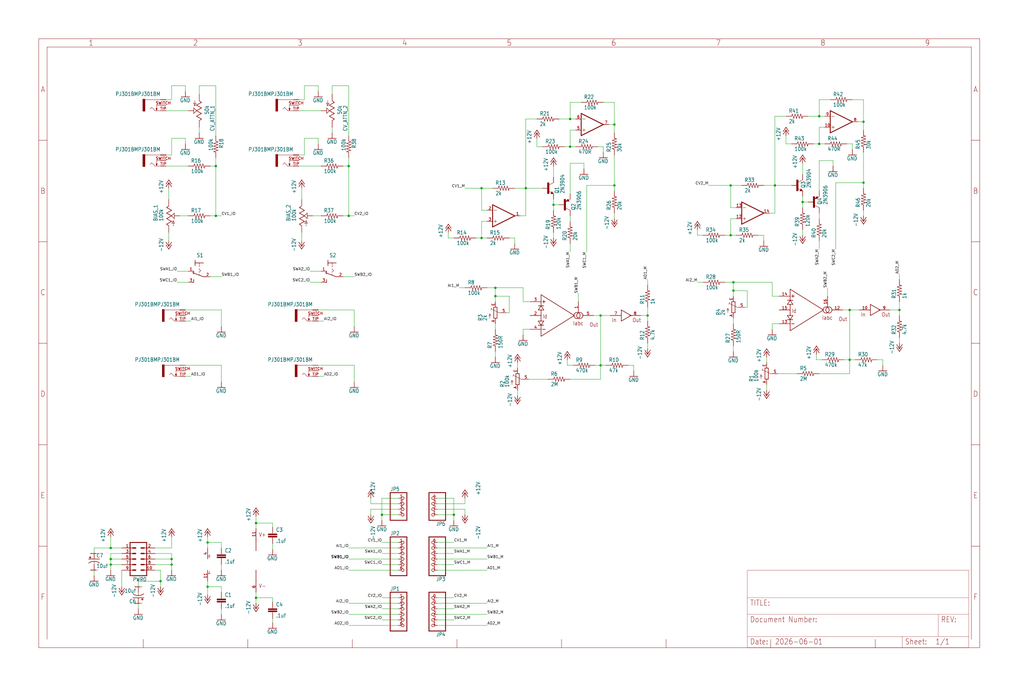
<source format=kicad_sch>
(kicad_sch (version 20231120) (generator "eeschema") (generator_version "8.0")
  (paper "User" 469.9 317.627)
  (junction (at 227.33 135.89))
  (junction (at 275.59 144.78))
  (junction (at 275.59 167.64))
  (junction (at 375.92 66.04))
  (junction (at 335.28 85.09))
  (junction (at 117.475 240.03))
  (junction (at 261.62 54.61))
  (junction (at 160.02 99.06))
  (junction (at 355.6 85.09))
  (junction (at 99.06 99.06))
  (junction (at 297.18 144.78))
  (junction (at 50.8 259.08))
  (junction (at 208.28 236.22))
  (junction (at 368.3 92.71))
  (junction (at 261.62 67.31))
  (junction (at 73.66 266.7))
  (junction (at 95.25 269.24))
  (junction (at 50.8 251.46))
  (junction (at 254 93.98))
  (junction (at 335.28 107.95))
  (junction (at 175.26 236.22))
  (junction (at 389.89 142.24))
  (junction (at 78.74 259.08))
  (junction (at 389.89 165.1))
  (junction (at 227.33 132.08))
  (junction (at 117.475 274.32))
  (junction (at 281.94 57.15))
  (junction (at 220.98 109.22))
  (junction (at 99.06 76.2))
  (junction (at 412.75 142.24))
  (junction (at 95.25 248.92))
  (junction (at 160.02 76.2))
  (junction (at 241.3 86.36))
  (junction (at 396.24 55.88))
  (junction (at 50.8 256.54))
  (junction (at 220.98 86.36))
  (junction (at 375.92 53.34))
  (junction (at 336.55 133.35))
  (junction (at 78.74 256.54))
  (junction (at 396.24 83.82))
  (junction (at 336.55 129.54))
  (junction (at 281.94 85.09))
  (wire (pts (xy 200.66 231.14) (xy 213.36 231.14)) (stroke (width 0.1524)))
  (wire (pts (xy 220.98 86.36) (xy 226.06 86.36)) (stroke (width 0.1524)))
  (wire (pts (xy 375.92 66.04) (xy 378.46 66.04)) (stroke (width 0.1524)))
  (wire (pts (xy 182.88 284.48) (xy 175.26 284.48)) (stroke (width 0.1524)))
  (wire (pts (xy 342.9 140.97) (xy 341.63 140.97)) (stroke (width 0.1524)))
  (wire (pts (xy 297.18 147.32) (xy 297.18 144.78)) (stroke (width 0.1524)))
  (wire (pts (xy 388.62 66.04) (xy 391.16 66.04)) (stroke (width 0.1524)))
  (wire (pts (xy 412.75 142.24) (xy 412.75 138.43)) (stroke (width 0.1524)))
  (wire (pts (xy 412.75 154.94) (xy 412.75 157.48)) (stroke (width 0.1524)))
  (wire (pts (xy 267.97 74.93) (xy 267.97 77.47)) (stroke (width 0.1524)))
  (wire (pts (xy 200.66 284.48) (xy 208.28 284.48)) (stroke (width 0.1524)))
  (wire (pts (xy 275.59 144.78) (xy 275.59 167.64)) (stroke (width 0.1524)))
  (wire (pts (xy 200.66 276.86) (xy 223.52 276.86)) (stroke (width 0.1524)))
  (wire (pts (xy 260.35 167.64) (xy 262.89 167.64)) (stroke (width 0.1524)))
  (wire (pts (xy 200.66 236.22) (xy 208.28 236.22)) (stroke (width 0.1524)))
  (wire (pts (xy 73.66 261.62) (xy 73.66 266.7)) (stroke (width 0.1524)))
  (wire (pts (xy 213.36 132.08) (xy 210.82 132.08)) (stroke (width 0.1524)))
  (wire (pts (xy 95.25 248.92) (xy 101.6 248.92)) (stroke (width 0.1524)))
  (wire (pts (xy 227.33 135.89) (xy 227.33 132.08)) (stroke (width 0.1524)))
  (wire (pts (xy 405.13 165.1) (xy 405.13 167.64)) (stroke (width 0.1524)))
  (wire (pts (xy 254 109.22) (xy 254 106.68)) (stroke (width 0.1524)))
  (wire (pts (xy 220.98 86.36) (xy 213.36 86.36)) (stroke (width 0.1524)))
  (wire (pts (xy 182.88 261.62) (xy 160.02 261.62)) (stroke (width 0.1524)))
  (wire (pts (xy 365.76 171.45) (xy 356.87 171.45)) (stroke (width 0.1524)))
  (wire (pts (xy 50.8 251.46) (xy 43.18 251.46)) (stroke (width 0.1524)))
  (wire (pts (xy 275.59 144.78) (xy 280.035 144.78)) (stroke (width 0.1524)))
  (wire (pts (xy 138.43 110.49) (xy 138.43 106.68)) (stroke (width 0.1524)))
  (wire (pts (xy 220.98 101.6) (xy 220.98 109.22)) (stroke (width 0.1524)))
  (wire (pts (xy 272.415 144.78) (xy 275.59 144.78)) (stroke (width 0.1524)))
  (wire (pts (xy 375.92 53.34) (xy 375.92 45.72)) (stroke (width 0.1524)))
  (wire (pts (xy 162.56 142.24) (xy 162.56 149.86)) (stroke (width 0.1524)))
  (wire (pts (xy 336.55 161.29) (xy 336.55 158.75)) (stroke (width 0.1524)))
  (wire (pts (xy 260.35 165.1) (xy 260.35 167.64)) (stroke (width 0.1524)))
  (wire (pts (xy 125.095 252.095) (xy 125.095 249.555)) (stroke (width 0.1524)))
  (wire (pts (xy 91.44 39.37) (xy 99.06 39.37)) (stroke (width 0.1524)))
  (wire (pts (xy 254 96.52) (xy 254 93.98)) (stroke (width 0.1524)))
  (wire (pts (xy 370.84 53.34) (xy 375.92 53.34)) (stroke (width 0.1524)))
  (wire (pts (xy 335.28 95.25) (xy 335.28 85.09)) (stroke (width 0.1524)))
  (wire (pts (xy 200.66 228.6) (xy 208.28 228.6)) (stroke (width 0.1524)))
  (wire (pts (xy 182.88 254) (xy 175.26 254)) (stroke (width 0.1524)))
  (wire (pts (xy 50.8 246.38) (xy 50.8 251.46)) (stroke (width 0.1524)))
  (wire (pts (xy 91.44 43.18) (xy 91.44 39.37)) (stroke (width 0.1524)))
  (wire (pts (xy 160.02 72.39) (xy 160.02 76.2)) (stroke (width 0.1524)))
  (wire (pts (xy 71.12 251.46) (xy 78.74 251.46)) (stroke (width 0.1524)))
  (wire (pts (xy 256.54 54.61) (xy 261.62 54.61)) (stroke (width 0.1524)))
  (wire (pts (xy 55.88 269.24) (xy 55.88 261.62)) (stroke (width 0.1524)))
  (wire (pts (xy 387.35 165.1) (xy 389.89 165.1)) (stroke (width 0.1524)))
  (wire (pts (xy 91.44 60.96) (xy 91.44 58.42)) (stroke (width 0.1524)))
  (wire (pts (xy 78.74 254) (xy 71.12 254)) (stroke (width 0.1524)))
  (wire (pts (xy 146.05 63.5) (xy 146.05 66.04)) (stroke (width 0.1524)))
  (wire (pts (xy 95.25 269.24) (xy 101.6 269.24)) (stroke (width 0.1524)))
  (wire (pts (xy 147.32 99.06) (xy 143.51 99.06)) (stroke (width 0.1524)))
  (wire (pts (xy 137.16 71.12) (xy 139.7 71.12)) (stroke (width 0.1524)))
  (wire (pts (xy 389.89 165.1) (xy 392.43 165.1)) (stroke (width 0.1524)))
  (wire (pts (xy 290.83 167.64) (xy 290.83 170.18)) (stroke (width 0.1524)))
  (wire (pts (xy 85.09 39.37) (xy 85.09 41.91)) (stroke (width 0.1524)))
  (wire (pts (xy 85.09 142.24) (xy 101.6 142.24)) (stroke (width 0.1524)))
  (wire (pts (xy 378.46 53.34) (xy 375.92 53.34)) (stroke (width 0.1524)))
  (wire (pts (xy 101.6 261.62) (xy 101.6 259.08)) (stroke (width 0.1524)))
  (wire (pts (xy 162.56 167.64) (xy 162.56 175.26)) (stroke (width 0.1524)))
  (wire (pts (xy 396.24 83.82) (xy 383.54 83.82)) (stroke (width 0.1524)))
  (wire (pts (xy 350.52 85.09) (xy 355.6 85.09)) (stroke (width 0.1524)))
  (wire (pts (xy 95.25 269.24) (xy 95.25 266.7)) (stroke (width 0.1524)))
  (wire (pts (xy 101.6 167.64) (xy 101.6 175.26)) (stroke (width 0.1524)))
  (wire (pts (xy 275.59 167.64) (xy 278.13 167.64)) (stroke (width 0.1524)))
  (wire (pts (xy 146.05 172.72) (xy 148.59 172.72)) (stroke (width 0.1524)))
  (wire (pts (xy 297.18 130.81) (xy 297.18 128.27)) (stroke (width 0.1524)))
  (wire (pts (xy 78.74 39.37) (xy 85.09 39.37)) (stroke (width 0.1524)))
  (wire (pts (xy 402.59 165.1) (xy 405.13 165.1)) (stroke (width 0.1524)))
  (wire (pts (xy 71.12 256.54) (xy 78.74 256.54)) (stroke (width 0.1524)))
  (wire (pts (xy 233.68 109.22) (xy 236.22 109.22)) (stroke (width 0.1524)))
  (wire (pts (xy 261.62 59.69) (xy 261.62 67.31)) (stroke (width 0.1524)))
  (wire (pts (xy 368.3 92.71) (xy 368.3 90.17)) (stroke (width 0.1524)))
  (wire (pts (xy 374.65 165.1) (xy 377.19 165.1)) (stroke (width 0.1524)))
  (wire (pts (xy 379.73 135.89) (xy 379.73 132.08)) (stroke (width 0.1524)))
  (wire (pts (xy 182.88 259.08) (xy 175.26 259.08)) (stroke (width 0.1524)))
  (wire (pts (xy 76.2 71.12) (xy 78.74 71.12)) (stroke (width 0.1524)))
  (wire (pts (xy 233.68 135.89) (xy 233.68 143.51)) (stroke (width 0.1524)))
  (wire (pts (xy 227.33 151.13) (xy 227.33 148.59)) (stroke (width 0.1524)))
  (wire (pts (xy 147.32 76.2) (xy 137.16 76.2)) (stroke (width 0.1524)))
  (wire (pts (xy 43.18 251.46) (xy 43.18 254)) (stroke (width 0.1524)))
  (wire (pts (xy 200.66 281.94) (xy 223.52 281.94)) (stroke (width 0.1524)))
  (wire (pts (xy 241.3 86.36) (xy 241.3 54.61)) (stroke (width 0.1524)))
  (wire (pts (xy 236.22 109.22) (xy 236.22 111.76)) (stroke (width 0.1524)))
  (wire (pts (xy 265.43 138.43) (xy 265.43 134.62)) (stroke (width 0.1524)))
  (wire (pts (xy 205.74 109.22) (xy 208.28 109.22)) (stroke (width 0.1524)))
  (wire (pts (xy 55.88 259.08) (xy 50.8 259.08)) (stroke (width 0.1524)))
  (wire (pts (xy 78.74 256.54) (xy 78.74 259.08)) (stroke (width 0.1524)))
  (wire (pts (xy 160.02 76.2) (xy 157.48 76.2)) (stroke (width 0.1524)))
  (wire (pts (xy 386.715 142.24) (xy 389.89 142.24)) (stroke (width 0.1524)))
  (wire (pts (xy 117.475 240.03) (xy 125.095 240.03)) (stroke (width 0.1524)))
  (wire (pts (xy 101.6 269.24) (xy 101.6 271.78)) (stroke (width 0.1524)))
  (wire (pts (xy 50.8 259.08) (xy 50.8 261.62)) (stroke (width 0.1524)))
  (wire (pts (xy 241.3 86.36) (xy 248.92 86.36)) (stroke (width 0.1524)))
  (wire (pts (xy 182.88 236.22) (xy 175.26 236.22)) (stroke (width 0.1524)))
  (wire (pts (xy 220.98 96.52) (xy 220.98 86.36)) (stroke (width 0.1524)))
  (wire (pts (xy 125.095 285.75) (xy 125.095 283.845)) (stroke (width 0.1524)))
  (wire (pts (xy 389.89 171.45) (xy 375.92 171.45)) (stroke (width 0.1524)))
  (wire (pts (xy 101.6 281.94) (xy 101.6 279.4)) (stroke (width 0.1524)))
  (wire (pts (xy 297.18 157.48) (xy 297.18 160.02)) (stroke (width 0.1524)))
  (wire (pts (xy 335.28 85.09) (xy 340.36 85.09)) (stroke (width 0.1524)))
  (wire (pts (xy 146.05 167.64) (xy 162.56 167.64)) (stroke (width 0.1524)))
  (wire (pts (xy 336.55 133.35) (xy 336.55 129.54)) (stroke (width 0.1524)))
  (wire (pts (xy 139.7 39.37) (xy 146.05 39.37)) (stroke (width 0.1524)))
  (wire (pts (xy 117.475 276.86) (xy 117.475 274.32)) (stroke (width 0.1524)))
  (wire (pts (xy 43.18 264.16) (xy 43.18 261.62)) (stroke (width 0.1524)))
  (wire (pts (xy 208.28 236.22) (xy 208.28 238.76)) (stroke (width 0.1524)))
  (wire (pts (xy 139.7 45.72) (xy 139.7 39.37)) (stroke (width 0.1524)))
  (wire (pts (xy 200.66 259.08) (xy 208.28 259.08)) (stroke (width 0.1524)))
  (wire (pts (xy 152.4 60.96) (xy 152.4 58.42)) (stroke (width 0.1524)))
  (wire (pts (xy 138.43 91.44) (xy 138.43 86.36)) (stroke (width 0.1524)))
  (wire (pts (xy 117.475 240.03) (xy 117.475 242.57)) (stroke (width 0.1524)))
  (wire (pts (xy 337.82 100.33) (xy 335.28 100.33)) (stroke (width 0.1524)))
  (wire (pts (xy 99.06 99.06) (xy 101.6 99.06)) (stroke (width 0.1524)))
  (wire (pts (xy 71.12 261.62) (xy 73.66 261.62)) (stroke (width 0.1524)))
  (wire (pts (xy 86.36 99.06) (xy 82.55 99.06)) (stroke (width 0.1524)))
  (wire (pts (xy 200.66 248.92) (xy 208.28 248.92)) (stroke (width 0.1524)))
  (wire (pts (xy 77.47 110.49) (xy 77.47 106.68)) (stroke (width 0.1524)))
  (wire (pts (xy 408.305 142.24) (xy 412.75 142.24)) (stroke (width 0.1524)))
  (wire (pts (xy 396.24 45.72) (xy 396.24 55.88)) (stroke (width 0.1524)))
  (wire (pts (xy 220.98 109.22) (xy 223.52 109.22)) (stroke (width 0.1524)))
  (wire (pts (xy 200.66 254) (xy 208.28 254)) (stroke (width 0.1524)))
  (wire (pts (xy 383.54 83.82) (xy 383.54 114.3)) (stroke (width 0.1524)))
  (wire (pts (xy 223.52 132.08) (xy 227.33 132.08)) (stroke (width 0.1524)))
  (wire (pts (xy 237.49 181.61) (xy 237.49 179.07)) (stroke (width 0.1524)))
  (wire (pts (xy 182.88 256.54) (xy 160.02 256.54)) (stroke (width 0.1524)))
  (wire (pts (xy 336.55 148.59) (xy 336.55 146.05)) (stroke (width 0.1524)))
  (wire (pts (xy 251.46 173.99) (xy 242.57 173.99)) (stroke (width 0.1524)))
  (wire (pts (xy 99.06 72.39) (xy 99.06 76.2)) (stroke (width 0.1524)))
  (wire (pts (xy 200.66 274.32) (xy 208.28 274.32)) (stroke (width 0.1524)))
  (wire (pts (xy 261.62 54.61) (xy 261.62 46.99)) (stroke (width 0.1524)))
  (wire (pts (xy 77.47 91.44) (xy 77.47 86.36)) (stroke (width 0.1524)))
  (wire (pts (xy 261.62 111.76) (xy 261.62 115.57)) (stroke (width 0.1524)))
  (wire (pts (xy 336.55 135.89) (xy 336.55 133.35)) (stroke (width 0.1524)))
  (wire (pts (xy 157.48 99.06) (xy 160.02 99.06)) (stroke (width 0.1524)))
  (wire (pts (xy 354.33 148.59) (xy 357.505 148.59)) (stroke (width 0.1524)))
  (wire (pts (xy 101.6 142.24) (xy 101.6 149.86)) (stroke (width 0.1524)))
  (wire (pts (xy 375.92 87.63) (xy 375.92 73.66)) (stroke (width 0.1524)))
  (wire (pts (xy 240.03 151.13) (xy 243.205 151.13)) (stroke (width 0.1524)))
  (wire (pts (xy 368.3 107.95) (xy 368.3 105.41)) (stroke (width 0.1524)))
  (wire (pts (xy 254 93.98) (xy 254 91.44)) (stroke (width 0.1524)))
  (wire (pts (xy 175.26 236.22) (xy 175.26 238.76)) (stroke (width 0.1524)))
  (wire (pts (xy 78.74 63.5) (xy 85.09 63.5)) (stroke (width 0.1524)))
  (wire (pts (xy 63.5 269.24) (xy 63.5 266.7)) (stroke (width 0.1524)))
  (wire (pts (xy 170.18 231.14) (xy 170.18 228.6)) (stroke (width 0.1524)))
  (wire (pts (xy 241.3 99.06) (xy 238.76 99.06)) (stroke (width 0.1524)))
  (wire (pts (xy 101.6 248.92) (xy 101.6 251.46)) (stroke (width 0.1524)))
  (wire (pts (xy 389.89 142.24) (xy 389.89 165.1)) (stroke (width 0.1524)))
  (wire (pts (xy 368.3 92.71) (xy 370.84 92.71)) (stroke (width 0.1524)))
  (wire (pts (xy 85.09 172.72) (xy 87.63 172.72)) (stroke (width 0.1524)))
  (wire (pts (xy 55.88 254) (xy 50.8 254)) (stroke (width 0.1524)))
  (wire (pts (xy 95.25 246.38) (xy 95.25 248.92)) (stroke (width 0.1524)))
  (wire (pts (xy 146.05 142.24) (xy 162.56 142.24)) (stroke (width 0.1524)))
  (wire (pts (xy 99.06 76.2) (xy 96.52 76.2)) (stroke (width 0.1524)))
  (wire (pts (xy 261.62 101.6) (xy 261.62 99.06)) (stroke (width 0.1524)))
  (wire (pts (xy 355.6 85.09) (xy 355.6 53.34)) (stroke (width 0.1524)))
  (wire (pts (xy 147.32 124.46) (xy 142.24 124.46)) (stroke (width 0.1524)))
  (wire (pts (xy 213.36 233.68) (xy 213.36 236.22)) (stroke (width 0.1524)))
  (wire (pts (xy 175.26 228.6) (xy 175.26 236.22)) (stroke (width 0.1524)))
  (wire (pts (xy 246.38 67.31) (xy 248.92 67.31)) (stroke (width 0.1524)))
  (wire (pts (xy 336.55 133.35) (xy 342.9 133.35)) (stroke (width 0.1524)))
  (wire (pts (xy 373.38 66.04) (xy 375.92 66.04)) (stroke (width 0.1524)))
  (wire (pts (xy 96.52 127) (xy 101.6 127)) (stroke (width 0.1524)))
  (wire (pts (xy 95.25 273.05) (xy 95.25 269.24)) (stroke (width 0.1524)))
  (wire (pts (xy 160.02 39.37) (xy 160.02 62.23)) (stroke (width 0.1524)))
  (wire (pts (xy 325.12 85.09) (xy 335.28 85.09)) (stroke (width 0.1524)))
  (wire (pts (xy 182.88 281.94) (xy 160.02 281.94)) (stroke (width 0.1524)))
  (wire (pts (xy 85.09 63.5) (xy 85.09 66.04)) (stroke (width 0.1524)))
  (wire (pts (xy 261.62 74.93) (xy 267.97 74.93)) (stroke (width 0.1524)))
  (wire (pts (xy 360.68 66.04) (xy 363.22 66.04)) (stroke (width 0.1524)))
  (wire (pts (xy 274.32 67.31) (xy 276.86 67.31)) (stroke (width 0.1524)))
  (wire (pts (xy 200.66 261.62) (xy 223.52 261.62)) (stroke (width 0.1524)))
  (wire (pts (xy 117.475 236.855) (xy 117.475 240.03)) (stroke (width 0.1524)))
  (wire (pts (xy 261.62 46.99) (xy 266.7 46.99)) (stroke (width 0.1524)))
  (wire (pts (xy 117.475 274.32) (xy 117.475 271.78)) (stroke (width 0.1524)))
  (wire (pts (xy 275.59 173.99) (xy 261.62 173.99)) (stroke (width 0.1524)))
  (wire (pts (xy 99.06 76.2) (xy 99.06 99.06)) (stroke (width 0.1524)))
  (wire (pts (xy 85.09 167.64) (xy 101.6 167.64)) (stroke (width 0.1524)))
  (wire (pts (xy 396.24 86.36) (xy 396.24 83.82)) (stroke (width 0.1524)))
  (wire (pts (xy 351.79 179.07) (xy 351.79 176.53)) (stroke (width 0.1524)))
  (wire (pts (xy 213.36 231.14) (xy 213.36 228.6)) (stroke (width 0.1524)))
  (wire (pts (xy 78.74 45.72) (xy 78.74 39.37)) (stroke (width 0.1524)))
  (wire (pts (xy 281.94 85.09) (xy 269.24 85.09)) (stroke (width 0.1524)))
  (wire (pts (xy 78.74 71.12) (xy 78.74 63.5)) (stroke (width 0.1524)))
  (wire (pts (xy 375.92 45.72) (xy 381 45.72)) (stroke (width 0.1524)))
  (wire (pts (xy 281.94 100.33) (xy 281.94 97.79)) (stroke (width 0.1524)))
  (wire (pts (xy 236.22 86.36) (xy 241.3 86.36)) (stroke (width 0.1524)))
  (wire (pts (xy 375.92 58.42) (xy 375.92 66.04)) (stroke (width 0.1524)))
  (wire (pts (xy 86.36 76.2) (xy 76.2 76.2)) (stroke (width 0.1524)))
  (wire (pts (xy 281.94 57.15) (xy 279.4 57.15)) (stroke (width 0.1524)))
  (wire (pts (xy 63.5 266.7) (xy 73.66 266.7)) (stroke (width 0.1524)))
  (wire (pts (xy 152.4 39.37) (xy 160.02 39.37)) (stroke (width 0.1524)))
  (wire (pts (xy 86.36 124.46) (xy 81.28 124.46)) (stroke (width 0.1524)))
  (wire (pts (xy 332.74 129.54) (xy 336.55 129.54)) (stroke (width 0.1524)))
  (wire (pts (xy 182.88 279.4) (xy 175.26 279.4)) (stroke (width 0.1524)))
  (wire (pts (xy 368.3 74.93) (xy 368.3 80.01)) (stroke (width 0.1524)))
  (wire (pts (xy 350.52 107.95) (xy 350.52 110.49)) (stroke (width 0.1524)))
  (wire (pts (xy 223.52 96.52) (xy 220.98 96.52)) (stroke (width 0.1524)))
  (wire (pts (xy 375.92 73.66) (xy 382.27 73.66)) (stroke (width 0.1524)))
  (wire (pts (xy 78.74 256.54) (xy 78.74 254)) (stroke (width 0.1524)))
  (wire (pts (xy 368.3 95.25) (xy 368.3 92.71)) (stroke (width 0.1524)))
  (wire (pts (xy 78.74 251.46) (xy 78.74 246.38)) (stroke (width 0.1524)))
  (wire (pts (xy 223.52 101.6) (xy 220.98 101.6)) (stroke (width 0.1524)))
  (wire (pts (xy 240.03 153.67) (xy 240.03 151.13)) (stroke (width 0.1524)))
  (wire (pts (xy 320.04 107.95) (xy 322.58 107.95)) (stroke (width 0.1524)))
  (wire (pts (xy 374.65 162.56) (xy 374.65 165.1)) (stroke (width 0.1524)))
  (wire (pts (xy 125.095 240.03) (xy 125.095 241.935)) (stroke (width 0.1524)))
  (wire (pts (xy 63.5 279.4) (xy 63.5 276.86)) (stroke (width 0.1524)))
  (wire (pts (xy 146.05 147.32) (xy 148.59 147.32)) (stroke (width 0.1524)))
  (wire (pts (xy 396.24 55.88) (xy 393.7 55.88)) (stroke (width 0.1524)))
  (wire (pts (xy 355.6 85.09) (xy 355.6 97.79)) (stroke (width 0.1524)))
  (wire (pts (xy 355.6 53.34) (xy 360.68 53.34)) (stroke (width 0.1524)))
  (wire (pts (xy 389.89 165.1) (xy 389.89 171.45)) (stroke (width 0.1524)))
  (wire (pts (xy 354.33 151.13) (xy 354.33 148.59)) (stroke (width 0.1524)))
  (wire (pts (xy 320.04 105.41) (xy 320.04 107.95)) (stroke (width 0.1524)))
  (wire (pts (xy 99.06 39.37) (xy 99.06 62.23)) (stroke (width 0.1524)))
  (wire (pts (xy 355.6 97.79) (xy 353.06 97.79)) (stroke (width 0.1524)))
  (wire (pts (xy 78.74 259.08) (xy 71.12 259.08)) (stroke (width 0.1524)))
  (wire (pts (xy 227.33 138.43) (xy 227.33 135.89)) (stroke (width 0.1524)))
  (wire (pts (xy 412.75 128.27) (xy 412.75 125.73)) (stroke (width 0.1524)))
  (wire (pts (xy 347.98 107.95) (xy 350.52 107.95)) (stroke (width 0.1524)))
  (wire (pts (xy 86.36 129.54) (xy 81.28 129.54)) (stroke (width 0.1524)))
  (wire (pts (xy 227.33 163.83) (xy 227.33 161.29)) (stroke (width 0.1524)))
  (wire (pts (xy 378.46 58.42) (xy 375.92 58.42)) (stroke (width 0.1524)))
  (wire (pts (xy 276.86 67.31) (xy 276.86 69.85)) (stroke (width 0.1524)))
  (wire (pts (xy 281.94 87.63) (xy 281.94 85.09)) (stroke (width 0.1524)))
  (wire (pts (xy 182.88 233.68) (xy 170.18 233.68)) (stroke (width 0.1524)))
  (wire (pts (xy 240.03 138.43) (xy 243.205 138.43)) (stroke (width 0.1524)))
  (wire (pts (xy 237.49 166.37) (xy 237.49 168.91)) (stroke (width 0.1524)))
  (wire (pts (xy 240.03 132.08) (xy 240.03 138.43)) (stroke (width 0.1524)))
  (wire (pts (xy 200.66 287.02) (xy 223.52 287.02)) (stroke (width 0.1524)))
  (wire (pts (xy 241.3 86.36) (xy 241.3 99.06)) (stroke (width 0.1524)))
  (wire (pts (xy 294.005 144.78) (xy 297.18 144.78)) (stroke (width 0.1524)))
  (wire (pts (xy 335.28 107.95) (xy 337.82 107.95)) (stroke (width 0.1524)))
  (wire (pts (xy 396.24 55.88) (xy 396.24 59.69)) (stroke (width 0.1524)))
  (wire (pts (xy 152.4 43.18) (xy 152.4 39.37)) (stroke (width 0.1524)))
  (wire (pts (xy 182.88 231.14) (xy 170.18 231.14)) (stroke (width 0.1524)))
  (wire (pts (xy 273.05 167.64) (xy 275.59 167.64)) (stroke (width 0.1524)))
  (wire (pts (xy 147.32 50.8) (xy 137.16 50.8)) (stroke (width 0.1524)))
  (wire (pts (xy 281.94 46.99) (xy 281.94 57.15)) (stroke (width 0.1524)))
  (wire (pts (xy 269.24 85.09) (xy 269.24 115.57)) (stroke (width 0.1524)))
  (wire (pts (xy 227.33 132.08) (xy 240.03 132.08)) (stroke (width 0.1524)))
  (wire (pts (xy 160.02 76.2) (xy 160.02 99.06)) (stroke (width 0.1524)))
  (wire (pts (xy 117.475 274.32) (xy 125.095 274.32)) (stroke (width 0.1524)))
  (wire (pts (xy 182.88 228.6) (xy 175.26 228.6)) (stroke (width 0.1524)))
  (wire (pts (xy 50.8 256.54) (xy 50.8 259.08)) (stroke (width 0.1524)))
  (wire (pts (xy 146.05 39.37) (xy 146.05 41.91)) (stroke (width 0.1524)))
  (wire (pts (xy 208.28 228.6) (xy 208.28 236.22)) (stroke (width 0.1524)))
  (wire (pts (xy 396.24 99.06) (xy 396.24 96.52)) (stroke (width 0.1524)))
  (wire (pts (xy 157.48 127) (xy 162.56 127)) (stroke (width 0.1524)))
  (wire (pts (xy 276.86 46.99) (xy 281.94 46.99)) (stroke (width 0.1524)))
  (wire (pts (xy 50.8 251.46) (xy 55.88 251.46)) (stroke (width 0.1524)))
  (wire (pts (xy 391.16 66.04) (xy 391.16 68.58)) (stroke (width 0.1524)))
  (wire (pts (xy 182.88 251.46) (xy 160.02 251.46)) (stroke (width 0.1524)))
  (wire (pts (xy 73.66 266.7) (xy 73.66 269.24)) (stroke (width 0.1524)))
  (wire (pts (xy 200.66 279.4) (xy 208.28 279.4)) (stroke (width 0.1524)))
  (wire (pts (xy 261.62 88.9) (xy 261.62 74.93)) (stroke (width 0.1524)))
  (wire (pts (xy 288.29 167.64) (xy 290.83 167.64)) (stroke (width 0.1524)))
  (wire (pts (xy 254 93.98) (xy 256.54 93.98)) (stroke (width 0.1524)))
  (wire (pts (xy 160.02 99.06) (xy 162.56 99.06)) (stroke (width 0.1524)))
  (wire (pts (xy 391.16 45.72) (xy 396.24 45.72)) (stroke (width 0.1524)))
  (wire (pts (xy 96.52 99.06) (xy 99.06 99.06)) (stroke (width 0.1524)))
  (wire (pts (xy 78.74 261.62) (xy 78.74 259.08)) (stroke (width 0.1524)))
  (wire (pts (xy 336.55 129.54) (xy 354.33 129.54)) (stroke (width 0.1524)))
  (wire (pts (xy 389.89 142.24) (xy 394.335 142.24)) (stroke (width 0.1524)))
  (wire (pts (xy 95.25 248.92) (xy 95.25 251.46)) (stroke (width 0.1524)))
  (wire (pts (xy 218.44 109.22) (xy 220.98 109.22)) (stroke (width 0.1524)))
  (wire (pts (xy 261.62 67.31) (xy 264.16 67.31)) (stroke (width 0.1524)))
  (wire (pts (xy 139.7 63.5) (xy 146.05 63.5)) (stroke (width 0.1524)))
  (wire (pts (xy 259.08 67.31) (xy 261.62 67.31)) (stroke (width 0.1524)))
  (wire (pts (xy 200.66 251.46) (xy 223.52 251.46)) (stroke (width 0.1524)))
  (wire (pts (xy 332.74 107.95) (xy 335.28 107.95)) (stroke (width 0.1524)))
  (wire (pts (xy 170.18 233.68) (xy 170.18 236.22)) (stroke (width 0.1524)))
  (wire (pts (xy 205.74 106.68) (xy 205.74 109.22)) (stroke (width 0.1524)))
  (wire (pts (xy 351.79 163.83) (xy 351.79 166.37)) (stroke (width 0.1524)))
  (wire (pts (xy 246.38 63.5) (xy 246.38 67.31)) (stroke (width 0.1524)))
  (wire (pts (xy 182.88 287.02) (xy 160.02 287.02)) (stroke (width 0.1524)))
  (wire (pts (xy 241.3 54.61) (xy 246.38 54.61)) (stroke (width 0.1524)))
  (wire (pts (xy 396.24 83.82) (xy 396.24 69.85)) (stroke (width 0.1524)))
  (wire (pts (xy 233.68 143.51) (xy 232.41 143.51)) (stroke (width 0.1524)))
  (wire (pts (xy 182.88 276.86) (xy 160.02 276.86)) (stroke (width 0.1524)))
  (wire (pts (xy 360.68 62.23) (xy 360.68 66.04)) (stroke (width 0.1524)))
  (wire (pts (xy 76.2 45.72) (xy 78.74 45.72)) (stroke (width 0.1524)))
  (wire (pts (xy 227.33 135.89) (xy 233.68 135.89)) (stroke (width 0.1524)))
  (wire (pts (xy 182.88 274.32) (xy 175.26 274.32)) (stroke (width 0.1524)))
  (wire (pts (xy 322.58 129.54) (xy 320.04 129.54)) (stroke (width 0.1524)))
  (wire (pts (xy 86.36 50.8) (xy 76.2 50.8)) (stroke (width 0.1524)))
  (wire (pts (xy 147.32 129.54) (xy 142.24 129.54)) (stroke (width 0.1524)))
  (wire (pts (xy 375.92 100.33) (xy 375.92 97.79)) (stroke (width 0.1524)))
  (wire (pts (xy 375.92 110.49) (xy 375.92 114.3)) (stroke (width 0.1524)))
  (wire (pts (xy 200.66 233.68) (xy 213.36 233.68)) (stroke (width 0.1524)))
  (wire (pts (xy 337.82 95.25) (xy 335.28 95.25)) (stroke (width 0.1524)))
  (wire (pts (xy 342.9 133.35) (xy 342.9 140.97)) (stroke (width 0.1524)))
  (wire (pts (xy 354.33 135.89) (xy 357.505 135.89)) (stroke (width 0.1524)))
  (wire (pts (xy 335.28 100.33) (xy 335.28 107.95)) (stroke (width 0.1524)))
  (wire (pts (xy 412.75 144.78) (xy 412.75 142.24)) (stroke (width 0.1524)))
  (wire (pts (xy 264.16 54.61) (xy 261.62 54.61)) (stroke (width 0.1524)))
  (wire (pts (xy 354.33 129.54) (xy 354.33 135.89)) (stroke (width 0.1524)))
  (wire (pts (xy 200.66 256.54) (xy 223.52 256.54)) (stroke (width 0.1524)))
  (wire (pts (xy 85.09 147.32) (xy 87.63 147.32)) (stroke (width 0.1524)))
  (wire (pts (xy 137.16 45.72) (xy 139.7 45.72)) (stroke (width 0.1524)))
  (wire (pts (xy 264.16 59.69) (xy 261.62 59.69)) (stroke (width 0.1524)))
  (wire (pts (xy 139.7 71.12) (xy 139.7 63.5)) (stroke (width 0.1524)))
  (wire (pts (xy 50.8 254) (xy 50.8 256.54)) (stroke (width 0.1524)))
  (wire (pts (xy 125.095 274.32) (xy 125.095 276.225)) (stroke (width 0.1524)))
  (wire (pts (xy 297.18 144.78) (xy 297.18 140.97)) (stroke (width 0.1524)))
  (wire (pts (xy 275.59 167.64) (xy 275.59 173.99)) (stroke (width 0.1524)))
  (wire (pts (xy 55.88 256.54) (xy 50.8 256.54)) (stroke (width 0.1524)))
  (wire (pts (xy 182.88 248.92) (xy 175.26 248.92)) (stroke (width 0.1524)))
  (wire (pts (xy 281.94 57.15) (xy 281.94 60.96)) (stroke (width 0.1524)))
  (wire (pts (xy 281.94 85.09) (xy 281.94 71.12)) (stroke (width 0.1524)))
  (wire (pts (xy 254 76.2) (xy 254 81.28)) (stroke (width 0.1524)))
  (wire (pts (xy 355.6 85.09) (xy 363.22 85.09)) (stroke (width 0.1524)))
  (wire (pts (xy 382.27 73.66) (xy 382.27 76.2)) (stroke (width 0.1524)))
  (label "SWC2_IO" (at 175.26 284.48 180) (effects (font (size 1.2446 1.2446))))
  (label "CV2_IO" (at 162.56 99.06 0) (effects (font (size 1.2446 1.2446))))
  (label "AO1_M" (at 297.18 128.27 90) (effects (font (size 1.2446 1.2446))))
  (label "SWB1_M" (at 223.52 256.54 0) (effects (font (size 1.2446 1.2446))))
  (label "SWB1_IO" (at 160.02 256.54 180) (effects (font (size 1.2446 1.2446))))
  (label "AO1_IO" (at 160.02 261.62 180) (effects (font (size 1.2446 1.2446))))
  (label "SWC1_M" (at 208.28 259.08 0) (effects (font (size 1.2446 1.2446))))
  (label "SWC1_IO" (at 175.26 259.08 180) (effects (font (size 1.2446 1.2446))))
  (label "SWB2_IO" (at 160.02 281.94 180) (effects (font (size 1.2446 1.2446))))
  (label "CV1_IO" (at 175.26 248.92 180) (effects (font (size 1.2446 1.2446))))
  (label "SWC2_M" (at 383.54 114.3 270) (effects (font (size 1.2446 1.2446))))
  (label "AO1_IO" (at 87.63 172.72 0) (effects (font (size 1.2446 1.2446))))
  (label "AI1_IO" (at 87.63 147.32 0) (effects (font (size 1.2446 1.2446))))
  (label "SWB1_IO" (at 101.6 127 0) (effects (font (size 1.2446 1.2446))))
  (label "SWB2_IO" (at 162.56 127 0) (effects (font (size 1.2446 1.2446))))
  (label "SWA1_IO" (at 175.26 254 180) (effects (font (size 1.2446 1.2446))))
  (label "SWA2_M" (at 208.28 279.4 0) (effects (font (size 1.2446 1.2446))))
  (label "CV1_M" (at 208.28 248.92 0) (effects (font (size 1.2446 1.2446))))
  (label "SWC1_M" (at 269.24 115.57 270) (effects (font (size 1.2446 1.2446))))
  (label "CV2_M" (at 208.28 274.32 0) (effects (font (size 1.2446 1.2446))))
  (label "SWB1_M" (at 265.43 134.62 90) (effects (font (size 1.2446 1.2446))))
  (label "AI1_IO" (at 160.02 251.46 180) (effects (font (size 1.2446 1.2446))))
  (label "SWA2_IO" (at 175.26 279.4 180) (effects (font (size 1.2446 1.2446))))
  (label "SWA2_M" (at 375.92 114.3 270) (effects (font (size 1.2446 1.2446))))
  (label "CV2_IO" (at 175.26 274.32 180) (effects (font (size 1.2446 1.2446))))
  (label "AI2_IO" (at 160.02 276.86 180) (effects (font (size 1.2446 1.2446))))
  (label "SWA1_IO" (at 81.28 124.46 180) (effects (font (size 1.2446 1.2446))))
  (label "SWC2_M" (at 208.28 284.48 0) (effects (font (size 1.2446 1.2446))))
  (label "AO2_M" (at 412.75 125.73 90) (effects (font (size 1.2446 1.2446))))
  (label "SWB1_IO" (at 160.02 256.54 180) (effects (font (size 1.2446 1.2446))))
  (label "CV1_IO" (at 101.6 99.06 0) (effects (font (size 1.2446 1.2446))))
  (label "AI2_M" (at 223.52 276.86 0) (effects (font (size 1.2446 1.2446))))
  (label "SWC1_IO" (at 81.28 129.54 180) (effects (font (size 1.2446 1.2446))))
  (label "SWA1_M" (at 208.28 254 0) (effects (font (size 1.2446 1.2446))))
  (label "SWB2_M" (at 223.52 281.94 0) (effects (font (size 1.2446 1.2446))))
  (label "AI1_M" (at 210.82 132.08 180) (effects (font (size 1.2446 1.2446))))
  (label "AO2_IO" (at 160.02 287.02 180) (effects (font (size 1.2446 1.2446))))
  (label "AI2_IO" (at 148.59 147.32 0) (effects (font (size 1.2446 1.2446))))
  (label "CV1_M" (at 213.36 86.36 180) (effects (font (size 1.2446 1.2446))))
  (label "SWA2_IO" (at 142.24 124.46 180) (effects (font (size 1.2446 1.2446))))
  (label "SWC2_IO" (at 142.24 129.54 180) (effects (font (size 1.2446 1.2446))))
  (label "AO2_IO" (at 148.59 172.72 0) (effects (font (size 1.2446 1.2446))))
  (label "AO2_M" (at 223.52 287.02 0) (effects (font (size 1.2446 1.2446))))
  (label "AI2_M" (at 320.04 129.54 180) (effects (font (size 1.2446 1.2446))))
  (label "CV2_M" (at 325.12 85.09 180) (effects (font (size 1.2446 1.2446))))
  (label "SWA1_M" (at 261.62 115.57 270) (effects (font (size 1.2446 1.2446))))
  (label "AO1_M" (at 223.52 261.62 0) (effects (font (size 1.2446 1.2446))))
  (label "AI1_M" (at 223.52 251.46 0) (effects (font (size 1.2446 1.2446))))
  (label "SWB2_M" (at 379.73 132.08 90) (effects (font (size 1.2446 1.2446))))
  (symbol (lib_id "ioboard-eagle-import:R-US_0204/7") (at 152.4 76.2 0) (unit 1)
    (property "Reference" "R36" (at 148.59 74.7014 0) (effects (font (size 1.778 1.5113)) (justify left bottom)))
    (property "Value" "100k" (at 148.59 79.502 0) (effects (font (size 1.778 1.5113)) (justify left bottom)))
    (property "Footprint" "ioboard:0204_7" (effects (hide yes)))
  )
  (symbol (lib_id "ioboard-eagle-import:GND") (at 146.05 68.58 0) (unit 1)
    (property "Reference" "#GND23" (effects (hide yes)))
    (property "Value" "GND" (at 143.51 71.12 0) (effects (font (size 1.778 1.5113)) (justify left bottom)))
  )
  (symbol (lib_id "ioboard-eagle-import:R-US_0204/7") (at 297.18 135.89 90) (unit 1)
    (property "Reference" "R11" (at 295.6814 139.7 0) (effects (font (size 1.778 1.5113)) (justify left bottom)))
    (property "Value" "1k" (at 300.482 139.7 0) (effects (font (size 1.778 1.5113)) (justify left bottom)))
    (property "Footprint" "ioboard:0204_7" (effects (hide yes)))
  )
  (symbol (lib_id "ioboard-eagle-import:ML10") (at 63.5 256.54 180) (unit 1)
    (property "Reference" "PWR0" (at 67.31 264.922 0) (effects (font (size 1.778 1.5113)) (justify left bottom)))
    (property "Value" "ML10" (effects (hide yes)))
    (property "Footprint" "ioboard:ML10" (effects (hide yes)))
  )
  (symbol (lib_id "ioboard-eagle-import:R-US_0204/7") (at 386.08 45.72 0) (unit 1)
    (property "Reference" "R42" (at 382.27 44.2214 0) (effects (font (size 1.778 1.5113)) (justify left bottom)))
    (property "Value" "100k" (at 382.27 49.022 0) (effects (font (size 1.778 1.5113)) (justify left bottom)))
    (property "Footprint" "ioboard:0204_7" (effects (hide yes)))
  )
  (symbol (lib_id "ioboard-eagle-import:R-US_0204/7") (at 271.78 46.99 0) (unit 1)
    (property "Reference" "R22" (at 267.97 45.4914 0) (effects (font (size 1.778 1.5113)) (justify left bottom)))
    (property "Value" "100k" (at 267.97 50.292 0) (effects (font (size 1.778 1.5113)) (justify left bottom)))
    (property "Footprint" "ioboard:0204_7" (effects (hide yes)))
  )
  (symbol (lib_id "ioboard-eagle-import:PINHD-1X4") (at 198.12 231.14 180) (unit 1)
    (property "Reference" "JP6" (at 204.47 239.395 0) (effects (font (size 1.778 1.5113)) (justify left bottom)))
    (property "Value" "PINHD-1X4" (effects (hide yes)))
    (property "Footprint" "ioboard:1X04" (effects (hide yes)))
  )
  (symbol (lib_id "ioboard-eagle-import:+12V") (at 246.38 60.96 0) (unit 1)
    (property "Reference" "#P+6" (effects (hide yes)))
    (property "Value" "+12V" (at 243.84 66.04 90) (effects (font (size 1.778 1.5113)) (justify left bottom)))
  )
  (symbol (lib_id "ioboard-eagle-import:GND") (at 350.52 113.03 0) (unit 1)
    (property "Reference" "#GND10" (effects (hide yes)))
    (property "Value" "GND" (at 347.98 115.57 0) (effects (font (size 1.778 1.5113)) (justify left bottom)))
  )
  (symbol (lib_id "ioboard-eagle-import:2N3904") (at 251.46 86.36 0) (unit 1)
    (property "Reference" "Q1" (at 256.54 88.9 90) (effects (font (size 1.778 1.5113)) (justify left bottom)))
    (property "Value" "2N3904" (at 259.08 88.9 90) (effects (font (size 1.778 1.5113)) (justify left bottom)))
    (property "Footprint" "ioboard:TO92" (effects (hide yes)))
  )
  (symbol (lib_id "ioboard-eagle-import:ALPHA-9MMA") (at 152.4 50.8 180) (unit 1)
    (property "Reference" "CV_ATTN_2" (at 157.48 48.26 90) (effects (font (size 1.778 1.5113)) (justify left bottom)))
    (property "Value" "50k" (at 154.94 48.26 90) (effects (font (size 1.778 1.5113)) (justify left bottom)))
    (property "Footprint" "ioboard:EVUF" (effects (hide yes)))
  )
  (symbol (lib_id "ioboard-eagle-import:2N3906") (at 373.38 92.71 0) (unit 1)
    (property "Reference" "Q4" (at 377.19 93.98 90) (effects (font (size 1.778 1.5113)) (justify left bottom)))
    (property "Value" "2N3906" (at 379.73 93.98 90) (effects (font (size 1.778 1.5113)) (justify left bottom)))
    (property "Footprint" "ioboard:TO92" (effects (hide yes)))
  )
  (symbol (lib_id "ioboard-eagle-import:-12V") (at 95.25 275.59 0) (unit 1)
    (property "Reference" "#P-1" (effects (hide yes)))
    (property "Value" "-12V" (at 92.71 278.13 90) (effects (font (size 1.778 1.5113)) (justify left bottom)))
  )
  (symbol (lib_id "ioboard-eagle-import:R-US_0204/7") (at 231.14 86.36 0) (unit 1)
    (property "Reference" "R13" (at 227.33 84.8614 0) (effects (font (size 1.778 1.5113)) (justify left bottom)))
    (property "Value" "2k" (at 227.33 89.662 0) (effects (font (size 1.778 1.5113)) (justify left bottom)))
    (property "Footprint" "ioboard:0204_7" (effects (hide yes)))
  )
  (symbol (lib_id "ioboard-eagle-import:R-US_0204/7") (at 368.3 100.33 90) (unit 1)
    (property "Reference" "R39" (at 366.8014 104.14 0) (effects (font (size 1.778 1.5113)) (justify left bottom)))
    (property "Value" "120k" (at 371.602 104.14 0) (effects (font (size 1.778 1.5113)) (justify left bottom)))
    (property "Footprint" "ioboard:0204_7" (effects (hide yes)))
  )
  (symbol (lib_id "ioboard-eagle-import:2N3906") (at 259.08 93.98 0) (unit 1)
    (property "Reference" "Q2" (at 264.16 96.52 90) (effects (font (size 1.778 1.5113)) (justify left bottom)))
    (property "Value" "2N3906" (at 266.7 96.52 90) (effects (font (size 1.778 1.5113)) (justify left bottom)))
    (property "Footprint" "ioboard:TO92" (effects (hide yes)))
  )
  (symbol (lib_id "ioboard-eagle-import:-12V") (at 396.24 101.6 0) (unit 1)
    (property "Reference" "#P-9" (effects (hide yes)))
    (property "Value" "-12V" (at 393.7 104.14 90) (effects (font (size 1.778 1.5113)) (justify left bottom)))
  )
  (symbol (lib_id "ioboard-eagle-import:2N3904") (at 365.76 85.09 0) (unit 1)
    (property "Reference" "Q3" (at 369.57 86.36 90) (effects (font (size 1.778 1.5113)) (justify left bottom)))
    (property "Value" "2N3904" (at 372.11 86.36 90) (effects (font (size 1.778 1.5113)) (justify left bottom)))
    (property "Footprint" "ioboard:TO92" (effects (hide yes)))
  )
  (symbol (lib_id "ioboard-eagle-import:R-US_0204/7") (at 368.3 66.04 0) (unit 1)
    (property "Reference" "R43" (at 364.49 64.5414 0) (effects (font (size 1.778 1.5113)) (justify left bottom)))
    (property "Value" "100k" (at 364.49 69.342 0) (effects (font (size 1.778 1.5113)) (justify left bottom)))
    (property "Footprint" "ioboard:0204_7" (effects (hide yes)))
  )
  (symbol (lib_id "ioboard-eagle-import:R-US_0204/7") (at 91.44 99.06 0) (unit 1)
    (property "Reference" "R17" (at 87.63 97.5614 0) (effects (font (size 1.778 1.5113)) (justify left bottom)))
    (property "Value" "100k" (at 87.63 102.362 0) (effects (font (size 1.778 1.5113)) (justify left bottom)))
    (property "Footprint" "ioboard:0204_7" (effects (hide yes)))
  )
  (symbol (lib_id "ioboard-eagle-import:+12V") (at 254 73.66 0) (unit 1)
    (property "Reference" "#P+5" (effects (hide yes)))
    (property "Value" "+12V" (at 251.46 78.74 90) (effects (font (size 1.778 1.5113)) (justify left bottom)))
  )
  (symbol (lib_id "ioboard-eagle-import:+12V") (at 138.43 83.82 0) (unit 1)
    (property "Reference" "#P+16" (effects (hide yes)))
    (property "Value" "+12V" (at 135.89 88.9 90) (effects (font (size 1.778 1.5113)) (justify left bottom)))
  )
  (symbol (lib_id "ioboard-eagle-import:+12V") (at 237.49 163.83 0) (unit 1)
    (property "Reference" "#P+2" (effects (hide yes)))
    (property "Value" "+12V" (at 234.95 168.91 90) (effects (font (size 1.778 1.5113)) (justify left bottom)))
  )
  (symbol (lib_id "ioboard-eagle-import:ALPHA-9MMA") (at 91.44 50.8 180) (unit 1)
    (property "Reference" "CV_ATTN_1" (at 96.52 48.26 90) (effects (font (size 1.778 1.5113)) (justify left bottom)))
    (property "Value" "50k" (at 93.98 48.26 90) (effects (font (size 1.778 1.5113)) (justify left bottom)))
    (property "Footprint" "ioboard:EVUF" (effects (hide yes)))
  )
  (symbol (lib_id "ioboard-eagle-import:+12V") (at 170.18 226.06 0) (unit 1)
    (property "Reference" "#P+18" (effects (hide yes)))
    (property "Value" "+12V" (at 170.18 220.98 90) (effects (font (size 1.778 1.5113)) (justify right top)))
  )
  (symbol (lib_id "ioboard-eagle-import:TL074P") (at 345.44 97.79 0) (mirror x) (unit 4)
    (property "Reference" "IC1" (effects (hide yes)))
    (property "Value" "TL074P" (effects (hide yes)))
    (property "Footprint" "ioboard:DIL14" (effects (hide yes)))
  )
  (symbol (lib_id "ioboard-eagle-import:PJ301BMPJ301BM") (at 71.12 73.66 180) (unit 1)
    (property "Reference" "CV2_1" (effects (hide yes)))
    (property "Value" "PJ301BMPJ301BM" (at 73.66 67.564 0) (effects (font (size 1.778 1.5113)) (justify left bottom)))
    (property "Footprint" "ioboard:PJ301BM" (effects (hide yes)))
  )
  (symbol (lib_id "ioboard-eagle-import:R-US_0204/7") (at 283.21 167.64 0) (unit 1)
    (property "Reference" "R10" (at 279.4 166.1414 0) (effects (font (size 1.778 1.5113)) (justify left bottom)))
    (property "Value" "47k" (at 279.4 170.942 0) (effects (font (size 1.778 1.5113)) (justify left bottom)))
    (property "Footprint" "ioboard:0204_7" (effects (hide yes)))
  )
  (symbol (lib_id "ioboard-eagle-import:GND") (at 175.26 241.3 0) (unit 1)
    (property "Reference" "#GND30" (effects (hide yes)))
    (property "Value" "GND" (at 172.72 243.84 0) (effects (font (size 1.778 1.5113)) (justify left bottom)))
  )
  (symbol (lib_id "ioboard-eagle-import:R-US_0204/7") (at 256.54 173.99 0) (unit 1)
    (property "Reference" "R6" (at 252.73 172.4914 0) (effects (font (size 1.778 1.5113)) (justify left bottom)))
    (property "Value" "2M" (at 252.73 177.292 0) (effects (font (size 1.778 1.5113)) (justify left bottom)))
    (property "Footprint" "ioboard:0204_7" (effects (hide yes)))
  )
  (symbol (lib_id "ioboard-eagle-import:GND") (at 382.27 78.74 0) (unit 1)
    (property "Reference" "#GND11" (effects (hide yes)))
    (property "Value" "GND" (at 379.73 81.28 0) (effects (font (size 1.778 1.5113)) (justify left bottom)))
  )
  (symbol (lib_id "ioboard-eagle-import:GND") (at 236.22 114.3 0) (unit 1)
    (property "Reference" "#GND4" (effects (hide yes)))
    (property "Value" "GND" (at 233.68 116.84 0) (effects (font (size 1.778 1.5113)) (justify left bottom)))
  )
  (symbol (lib_id "ioboard-eagle-import:GND") (at 101.6 177.8 0) (unit 1)
    (property "Reference" "#GND21" (effects (hide yes)))
    (property "Value" "GND" (at 99.06 180.34 0) (effects (font (size 1.778 1.5113)) (justify left bottom)))
  )
  (symbol (lib_id "ioboard-eagle-import:R-US_0204/7") (at 213.36 109.22 0) (unit 1)
    (property "Reference" "R14" (at 209.55 107.7214 0) (effects (font (size 1.778 1.5113)) (justify left bottom)))
    (property "Value" "100k" (at 209.55 112.522 0) (effects (font (size 1.778 1.5113)) (justify left bottom)))
    (property "Footprint" "ioboard:0204_7" (effects (hide yes)))
  )
  (symbol (lib_id "ioboard-eagle-import:C-EU050-024X044") (at 101.6 254 0) (unit 1)
    (property "Reference" "C2" (at 103.124 253.619 0) (effects (font (size 1.778 1.5113)) (justify left bottom)))
    (property "Value" ".1uf" (at 103.124 258.699 0) (effects (font (size 1.778 1.5113)) (justify left bottom)))
    (property "Footprint" "ioboard:C050-024X044" (effects (hide yes)))
  )
  (symbol (lib_id "ioboard-eagle-import:-12V") (at 117.475 279.4 0) (unit 1)
    (property "Reference" "#P-13" (effects (hide yes)))
    (property "Value" "-12V" (at 114.935 281.94 90) (effects (font (size 1.778 1.5113)) (justify left bottom)))
  )
  (symbol (lib_id "ioboard-eagle-import:LM13700N") (at 252.73 144.78 0) (mirror x) (unit 1)
    (property "Reference" "IC2" (effects (hide yes)))
    (property "Value" "LM13700N" (effects (hide yes)))
    (property "Footprint" "ioboard:DIL16" (effects (hide yes)))
  )
  (symbol (lib_id "ioboard-eagle-import:PJ301BMPJ301BM") (at 132.08 48.26 180) (unit 1)
    (property "Reference" "CV1_2" (effects (hide yes)))
    (property "Value" "PJ301BMPJ301BM" (at 134.62 42.164 0) (effects (font (size 1.778 1.5113)) (justify left bottom)))
    (property "Footprint" "ioboard:PJ301BM" (effects (hide yes)))
  )
  (symbol (lib_id "ioboard-eagle-import:R-US_0204/7") (at 345.44 85.09 0) (unit 1)
    (property "Reference" "R33" (at 341.63 83.5914 0) (effects (font (size 1.778 1.5113)) (justify left bottom)))
    (property "Value" "2k" (at 341.63 88.392 0) (effects (font (size 1.778 1.5113)) (justify left bottom)))
    (property "Footprint" "ioboard:0204_7" (effects (hide yes)))
  )
  (symbol (lib_id "ioboard-eagle-import:R-US_0204/7") (at 383.54 66.04 0) (unit 1)
    (property "Reference" "R44" (at 379.73 64.5414 0) (effects (font (size 1.778 1.5113)) (justify left bottom)))
    (property "Value" "470R" (at 379.73 69.342 0) (effects (font (size 1.778 1.5113)) (justify left bottom)))
    (property "Footprint" "ioboard:0204_7" (effects (hide yes)))
  )
  (symbol (lib_id "ioboard-eagle-import:-12V") (at 368.3 110.49 0) (unit 1)
    (property "Reference" "#P-8" (effects (hide yes)))
    (property "Value" "-12V" (at 365.76 113.03 90) (effects (font (size 1.778 1.5113)) (justify left bottom)))
  )
  (symbol (lib_id "ioboard-eagle-import:GND") (at 91.44 63.5 0) (unit 1)
    (property "Reference" "#GND13" (effects (hide yes)))
    (property "Value" "GND" (at 88.9 66.04 0) (effects (font (size 1.778 1.5113)) (justify left bottom)))
  )
  (symbol (lib_id "ioboard-eagle-import:PINHD-1X6") (at 198.12 254 180) (unit 1)
    (property "Reference" "JP3" (at 204.47 264.795 0) (effects (font (size 1.778 1.5113)) (justify left bottom)))
    (property "Value" "PINHD-1X6" (effects (hide yes)))
    (property "Footprint" "ioboard:1X06" (effects (hide yes)))
  )
  (symbol (lib_id "ioboard-eagle-import:GND") (at 146.05 44.45 0) (unit 1)
    (property "Reference" "#GND24" (effects (hide yes)))
    (property "Value" "GND" (at 143.51 46.99 0) (effects (font (size 1.778 1.5113)) (justify left bottom)))
  )
  (symbol (lib_id "ioboard-eagle-import:R-US_0204/7") (at 342.9 107.95 0) (unit 1)
    (property "Reference" "R35" (at 339.09 106.4514 0) (effects (font (size 1.778 1.5113)) (justify left bottom)))
    (property "Value" "2k" (at 339.09 111.252 0) (effects (font (size 1.778 1.5113)) (justify left bottom)))
    (property "Footprint" "ioboard:0204_7" (effects (hide yes)))
  )
  (symbol (lib_id "ioboard-eagle-import:GND") (at 43.18 266.7 0) (unit 1)
    (property "Reference" "#GND14" (effects (hide yes)))
    (property "Value" "GND" (at 40.64 269.24 0) (effects (font (size 1.778 1.5113)) (justify left bottom)))
  )
  (symbol (lib_id "ioboard-eagle-import:GND") (at 391.16 71.12 0) (unit 1)
    (property "Reference" "#GND12" (effects (hide yes)))
    (property "Value" "GND" (at 388.62 73.66 0) (effects (font (size 1.778 1.5113)) (justify left bottom)))
  )
  (symbol (lib_id "ioboard-eagle-import:R-US_0204/7") (at 228.6 109.22 0) (unit 1)
    (property "Reference" "R15" (at 224.79 107.7214 0) (effects (font (size 1.778 1.5113)) (justify left bottom)))
    (property "Value" "2k" (at 224.79 112.522 0) (effects (font (size 1.778 1.5113)) (justify left bottom)))
    (property "Footprint" "ioboard:0204_7" (effects (hide yes)))
  )
  (symbol (lib_id "ioboard-eagle-import:+12V") (at 205.74 104.14 0) (unit 1)
    (property "Reference" "#P+4" (effects (hide yes)))
    (property "Value" "+12V" (at 203.2 109.22 90) (effects (font (size 1.778 1.5113)) (justify left bottom)))
  )
  (symbol (lib_id "ioboard-eagle-import:PINHD-1X6") (at 198.12 279.4 180) (unit 1)
    (property "Reference" "JP4" (at 204.47 290.195 0) (effects (font (size 1.778 1.5113)) (justify left bottom)))
    (property "Value" "PINHD-1X6" (effects (hide yes)))
    (property "Footprint" "ioboard:1X06" (effects (hide yes)))
  )
  (symbol (lib_id "ioboard-eagle-import:+12V") (at 78.74 243.84 0) (unit 1)
    (property "Reference" "#P+14" (effects (hide yes)))
    (property "Value" "+12V" (at 76.2 248.92 90) (effects (font (size 1.778 1.5113)) (justify left bottom)))
  )
  (symbol (lib_id "ioboard-eagle-import:GND") (at 405.13 170.18 0) (unit 1)
    (property "Reference" "#GND9" (effects (hide yes)))
    (property "Value" "GND" (at 402.59 172.72 0) (effects (font (size 1.778 1.5113)) (justify left bottom)))
  )
  (symbol (lib_id "ioboard-eagle-import:-12V") (at 77.47 113.03 0) (unit 1)
    (property "Reference" "#P-10" (effects (hide yes)))
    (property "Value" "-12V" (at 74.93 115.57 90) (effects (font (size 1.778 1.5113)) (justify left bottom)))
  )
  (symbol (lib_id "ioboard-eagle-import:-12V") (at 55.88 271.78 0) (unit 1)
    (property "Reference" "#P-11" (effects (hide yes)))
    (property "Value" "-12V" (at 53.34 274.32 90) (effects (font (size 1.778 1.5113)) (justify left bottom)))
  )
  (symbol (lib_id "ioboard-eagle-import:M9040P") (at 152.4 124.46 90) (mirror x) (unit 1)
    (property "Reference" "S2" (at 154.305 118.11 90) (effects (font (size 1.778 1.5113)) (justify left bottom)))
    (property "Value" "M9040P" (effects (hide yes)))
    (property "Footprint" "ioboard:M9040P" (effects (hide yes)))
  )
  (symbol (lib_id "ioboard-eagle-import:GND") (at 50.8 264.16 0) (unit 1)
    (property "Reference" "#GND26" (effects (hide yes)))
    (property "Value" "GND" (at 48.26 266.7 0) (effects (font (size 1.778 1.5113)) (justify left bottom)))
  )
  (symbol (lib_id "ioboard-eagle-import:-12V") (at 351.79 181.61 0) (unit 1)
    (property "Reference" "#P-6" (effects (hide yes)))
    (property "Value" "-12V" (at 349.25 184.15 90) (effects (font (size 1.778 1.5113)) (justify left bottom)))
  )
  (symbol (lib_id "ioboard-eagle-import:R-US_0204/7") (at 396.24 64.77 90) (unit 1)
    (property "Reference" "R45" (at 394.7414 68.58 0) (effects (font (size 1.778 1.5113)) (justify left bottom)))
    (property "Value" "30k" (at 399.542 68.58 0) (effects (font (size 1.778 1.5113)) (justify left bottom)))
    (property "Footprint" "ioboard:0204_7" (effects (hide yes)))
  )
  (symbol (lib_id "ioboard-eagle-import:R-US_0204/7") (at 152.4 99.06 0) (unit 1)
    (property "Reference" "R37" (at 148.59 97.5614 0) (effects (font (size 1.778 1.5113)) (justify left bottom)))
    (property "Value" "100k" (at 148.59 102.362 0) (effects (font (size 1.778 1.5113)) (justify left bottom)))
    (property "Footprint" "ioboard:0204_7" (effects (hide yes)))
  )
  (symbol (lib_id "ioboard-eagle-import:R-US_0204/7") (at 160.02 67.31 270) (unit 1)
    (property "Reference" "R38" (at 161.5186 63.5 0) (effects (font (size 1.778 1.5113)) (justify left bottom)))
    (property "Value" "100k" (at 156.718 63.5 0) (effects (font (size 1.778 1.5113)) (justify left bottom)))
    (property "Footprint" "ioboard:0204_7" (effects (hide yes)))
  )
  (symbol (lib_id "ioboard-eagle-import:-12V") (at 73.66 271.78 0) (unit 1)
    (property "Reference" "#P-12" (effects (hide yes)))
    (property "Value" "-12V" (at 71.12 274.32 90) (effects (font (size 1.778 1.5113)) (justify left bottom)))
  )
  (symbol (lib_id "ioboard-eagle-import:GND") (at 78.74 264.16 0) (unit 1)
    (property "Reference" "#GND27" (effects (hide yes)))
    (property "Value" "GND" (at 76.2 266.7 0) (effects (font (size 1.778 1.5113)) (justify left bottom)))
  )
  (symbol (lib_id "ioboard-eagle-import:PJ301BMPJ301BM") (at 80.01 170.18 180) (unit 1)
    (property "Reference" "AUDIO_OUT_1" (effects (hide yes)))
    (property "Value" "PJ301BMPJ301BM" (at 82.55 164.084 0) (effects (font (size 1.778 1.5113)) (justify left bottom)))
    (property "Footprint" "ioboard:PJ301BM" (effects (hide yes)))
  )
  (symbol (lib_id "ioboard-eagle-import:GND") (at 152.4 63.5 0) (unit 1)
    (property "Reference" "#GND22" (effects (hide yes)))
    (property "Value" "GND" (at 149.86 66.04 0) (effects (font (size 1.778 1.5113)) (justify left bottom)))
  )
  (symbol (lib_id "ioboard-eagle-import:-12V") (at 237.49 184.15 0) (unit 1)
    (property "Reference" "#P-2" (effects (hide yes)))
    (property "Value" "-12V" (at 234.95 186.69 90) (effects (font (size 1.778 1.5113)) (justify left bottom)))
  )
  (symbol (lib_id "ioboard-eagle-import:GND") (at 85.09 44.45 0) (unit 1)
    (property "Reference" "#GND19" (effects (hide yes)))
    (property "Value" "GND" (at 82.55 46.99 0) (effects (font (size 1.778 1.5113)) (justify left bottom)))
  )
  (symbol (lib_id "ioboard-eagle-import:LM13700N") (at 124.46 265.43 0) (unit 5)
    (property "Reference" "IC2" (effects (hide yes)))
    (property "Value" "LM13700N" (effects (hide yes)))
    (property "Footprint" "ioboard:DIL16" (effects (hide yes)))
  )
  (symbol (lib_id "ioboard-eagle-import:-12V") (at 254 111.76 0) (unit 1)
    (property "Reference" "#P-4" (effects (hide yes)))
    (property "Value" "-12V" (at 251.46 114.3 90) (effects (font (size 1.778 1.5113)) (justify left bottom)))
  )
  (symbol (lib_id "ioboard-eagle-import:R-US_0204/7") (at 336.55 153.67 90) (unit 1)
    (property "Reference" "R27" (at 335.0514 157.48 0) (effects (font (size 1.778 1.5113)) (justify left bottom)))
    (property "Value" "150R" (at 339.852 157.48 0) (effects (font (size 1.778 1.5113)) (justify left bottom)))
    (property "Footprint" "ioboard:0204_7" (effects (hide yes)))
  )
  (symbol (lib_id "ioboard-eagle-import:LM13700N") (at 367.03 142.24 0) (mirror x) (unit 2)
    (property "Reference" "IC2" (effects (hide yes)))
    (property "Value" "LM13700N" (effects (hide yes)))
    (property "Footprint" "ioboard:DIL16" (effects (hide yes)))
  )
  (symbol (lib_id "ioboard-eagle-import:-12V") (at 297.18 162.56 0) (unit 1)
    (property "Reference" "#P-3" (effects (hide yes)))
    (property "Value" "-12V" (at 294.64 165.1 90) (effects (font (size 1.778 1.5113)) (justify left bottom)))
  )
  (symbol (lib_id "ioboard-eagle-import:GND") (at 162.56 177.8 0) (unit 1)
    (property "Reference" "#GND28" (effects (hide yes)))
    (property "Value" "GND" (at 160.02 180.34 0) (effects (font (size 1.778 1.5113)) (justify left bottom)))
  )
  (symbol (lib_id "ioboard-eagle-import:R-US_0204/7") (at 327.66 107.95 0) (unit 1)
    (property "Reference" "R34" (at 323.85 106.4514 0) (effects (font (size 1.778 1.5113)) (justify left bottom)))
    (property "Value" "100k" (at 323.85 111.252 0) (effects (font (size 1.778 1.5113)) (justify left bottom)))
    (property "Footprint" "ioboard:0204_7" (effects (hide yes)))
  )
  (symbol (lib_id "ioboard-eagle-import:GND") (at 336.55 163.83 0) (unit 1)
    (property "Reference" "#GND8" (effects (hide yes)))
    (property "Value" "GND" (at 334.01 166.37 0) (effects (font (size 1.778 1.5113)) (justify left bottom)))
  )
  (symbol (lib_id "ioboard-eagle-import:R-US_0204/7") (at 396.24 91.44 90) (unit 1)
    (property "Reference" "R46" (at 394.7414 95.25 0) (effects (font (size 1.778 1.5113)) (justify left bottom)))
    (property "Value" "20k" (at 399.542 95.25 0) (effects (font (size 1.778 1.5113)) (justify left bottom)))
    (property "Footprint" "ioboard:0204_7" (effects (hide yes)))
  )
  (symbol (lib_id "ioboard-eagle-import:R-US_0204/7") (at 327.66 129.54 0) (unit 1)
    (property "Reference" "R28" (at 323.85 128.0414 0) (effects (font (size 1.778 1.5113)) (justify left bottom)))
    (property "Value" "100k" (at 323.85 132.842 0) (effects (font (size 1.778 1.5113)) (justify left bottom)))
    (property "Footprint" "ioboard:0204_7" (effects (hide yes)))
  )
  (symbol (lib_id "ioboard-eagle-import:GND") (at 125.095 288.29 0) (unit 1)
    (property "Reference" "#GND16" (effects (hide yes)))
    (property "Value" "GND" (at 122.555 290.83 0) (effects (font (size 1.778 1.5113)) (justify left bottom)))
  )
  (symbol (lib_id "ioboard-eagle-import:R-US_0204/7") (at 227.33 156.21 90) (unit 1)
    (property "Reference" "R7" (at 225.8314 160.02 0) (effects (font (size 1.778 1.5113)) (justify left bottom)))
    (property "Value" "150R" (at 230.632 160.02 0) (effects (font (size 1.778 1.5113)) (justify left bottom)))
    (property "Footprint" "ioboard:0204_7" (effects (hide yes)))
  )
  (symbol (lib_id "ioboard-eagle-import:+12V") (at 368.3 72.39 0) (unit 1)
    (property "Reference" "#P+10" (effects (hide yes)))
    (property "Value" "+12V" (at 365.76 77.47 90) (effects (font (size 1.778 1.5113)) (justify left bottom)))
  )
  (symbol (lib_id "ioboard-eagle-import:R-US_0204/7") (at 218.44 132.08 0) (unit 1)
    (property "Reference" "R8" (at 214.63 130.5814 0) (effects (font (size 1.778 1.5113)) (justify left bottom)))
    (property "Value" "100k" (at 214.63 135.382 0) (effects (font (size 1.778 1.5113)) (justify left bottom)))
    (property "Footprint" "ioboard:0204_7" (effects (hide yes)))
  )
  (symbol (lib_id "ioboard-eagle-import:FRAME_B_L") (at 342.9 297.18 0) (unit 2)
    (property "Reference" "#FRAME2" (effects (hide yes)))
    (property "Value" "FRAME_B_L" (effects (hide yes)))
  )
  (symbol (lib_id "ioboard-eagle-import:GND") (at 290.83 172.72 0) (unit 1)
    (property "Reference" "#GND3" (effects (hide yes)))
    (property "Value" "GND" (at 288.29 175.26 0) (effects (font (size 1.778 1.5113)) (justify left bottom)))
  )
  (symbol (lib_id "ioboard-eagle-import:R-US_0204/7") (at 281.94 92.71 90) (unit 1)
    (property "Reference" "R26" (at 280.4414 96.52 0) (effects (font (size 1.778 1.5113)) (justify left bottom)))
    (property "Value" "20k" (at 285.242 96.52 0) (effects (font (size 1.778 1.5113)) (justify left bottom)))
    (property "Footprint" "ioboard:0204_7" (effects (hide yes)))
  )
  (symbol (lib_id "ioboard-eagle-import:C-EU050-024X044") (at 101.6 274.32 0) (unit 1)
    (property "Reference" "C1" (at 103.124 273.939 0) (effects (font (size 1.778 1.5113)) (justify left bottom)))
    (property "Value" ".1uf" (at 103.124 279.019 0) (effects (font (size 1.778 1.5113)) (justify left bottom)))
    (property "Footprint" "ioboard:C050-024X044" (effects (hide yes)))
  )
  (symbol (lib_id "ioboard-eagle-import:TRIM_1234-S64YW") (at 336.55 140.97 0) (unit 1)
    (property "Reference" "R4" (at 330.581 144.78 90) (effects (font (size 1.778 1.5113)) (justify left bottom)))
    (property "Value" "2k" (at 332.74 144.78 90) (effects (font (size 1.778 1.5113)) (justify left bottom)))
    (property "Footprint" "ioboard:S64YW" (effects (hide yes)))
  )
  (symbol (lib_id "ioboard-eagle-import:R-US_0204/7") (at 267.97 167.64 0) (unit 1)
    (property "Reference" "R9" (at 264.16 166.1414 0) (effects (font (size 1.778 1.5113)) (justify left bottom)))
    (property "Value" "470k" (at 264.16 170.942 0) (effects (font (size 1.778 1.5113)) (justify left bottom)))
    (property "Footprint" "ioboard:0204_7" (effects (hide yes)))
  )
  (symbol (lib_id "ioboard-eagle-import:GND") (at 101.6 264.16 0) (unit 1)
    (property "Reference" "#GND7" (effects (hide yes)))
    (property "Value" "GND" (at 99.06 266.7 0) (effects (font (size 1.778 1.5113)) (justify left bottom)))
  )
  (symbol (lib_id "ioboard-eagle-import:GND") (at 162.56 152.4 0) (unit 1)
    (property "Reference" "#GND25" (effects (hide yes)))
    (property "Value" "GND" (at 160.02 154.94 0) (effects (font (size 1.778 1.5113)) (justify left bottom)))
  )
  (symbol (lib_id "ioboard-eagle-import:-12V") (at 138.43 113.03 0) (unit 1)
    (property "Reference" "#P-14" (effects (hide yes)))
    (property "Value" "-12V" (at 135.89 115.57 90) (effects (font (size 1.778 1.5113)) (justify left bottom)))
  )
  (symbol (lib_id "ioboard-eagle-import:FRAME_B_L") (at 17.78 297.18 0) (unit 1)
    (property "Reference" "#FRAME2" (effects (hide yes)))
    (property "Value" "FRAME_B_L" (effects (hide yes)))
  )
  (symbol (lib_id "ioboard-eagle-import:+12V") (at 95.25 243.84 0) (unit 1)
    (property "Reference" "#P+1" (effects (hide yes)))
    (property "Value" "+12V" (at 92.71 248.92 90) (effects (font (size 1.778 1.5113)) (justify left bottom)))
  )
  (symbol (lib_id "ioboard-eagle-import:TRIM_1234-S64YW") (at 237.49 173.99 0) (unit 1)
    (property "Reference" "R2" (at 231.521 177.8 90) (effects (font (size 1.778 1.5113)) (justify left bottom)))
    (property "Value" "100k" (at 233.68 177.8 90) (effects (font (size 1.778 1.5113)) (justify left bottom)))
    (property "Footprint" "ioboard:S64YW" (effects (hide yes)))
  )
  (symbol (lib_id "ioboard-eagle-import:GND") (at 101.6 284.48 0) (unit 1)
    (property "Reference" "#GND1" (effects (hide yes)))
    (property "Value" "GND" (at 99.06 287.02 0) (effects (font (size 1.778 1.5113)) (justify left bottom)))
  )
  (symbol (lib_id "ioboard-eagle-import:PJ301BMPJ301BM") (at 80.01 144.78 180) (unit 1)
    (property "Reference" "AUDIO_IN_1" (effects (hide yes)))
    (property "Value" "PJ301BMPJ301BM" (at 82.55 138.684 0) (effects (font (size 1.778 1.5113)) (justify left bottom)))
    (property "Footprint" "ioboard:PJ301BM" (effects (hide yes)))
  )
  (symbol (lib_id "ioboard-eagle-import:+12V") (at 351.79 161.29 0) (unit 1)
    (property "Reference" "#P+7" (effects (hide yes)))
    (property "Value" "+12V" (at 349.25 166.37 90) (effects (font (size 1.778 1.5113)) (justify left bottom)))
  )
  (symbol (lib_id "ioboard-eagle-import:R-US_0204/7") (at 375.92 105.41 90) (unit 1)
    (property "Reference" "R40" (at 374.4214 109.22 0) (effects (font (size 1.778 1.5113)) (justify left bottom)))
    (property "Value" "20k" (at 379.222 109.22 0) (effects (font (size 1.778 1.5113)) (justify left bottom)))
    (property "Footprint" "ioboard:0204_7" (effects (hide yes)))
  )
  (symbol (lib_id "ioboard-eagle-import:PINHD-1X6") (at 185.42 256.54 0) (unit 1)
    (property "Reference" "JP2" (at 179.07 245.745 0) (effects (font (size 1.778 1.5113)) (justify left bottom)))
    (property "Value" "PINHD-1X6" (effects (hide yes)))
    (property "Footprint" "ioboard:1X06" (effects (hide yes)))
  )
  (symbol (lib_id "ioboard-eagle-import:LM13700N") (at 401.32 142.24 0) (unit 4)
    (property "Reference" "IC2" (effects (hide yes)))
    (property "Value" "LM13700N" (effects (hide yes)))
    (property "Footprint" "ioboard:DIL16" (effects (hide yes)))
  )
  (symbol (lib_id "ioboard-eagle-import:R-US_0204/7") (at 269.24 67.31 0) (unit 1)
    (property "Reference" "R24" (at 265.43 65.8114 0) (effects (font (size 1.778 1.5113)) (justify left bottom)))
    (property "Value" "470R" (at 265.43 70.612 0) (effects (font (size 1.778 1.5113)) (justify left bottom)))
    (property "Footprint" "ioboard:0204_7" (effects (hide yes)))
  )
  (symbol (lib_id "ioboard-eagle-import:GND") (at 101.6 152.4 0) (unit 1)
    (property "Reference" "#GND20" (effects (hide yes)))
    (property "Value" "GND" (at 99.06 154.94 0) (effects (font (size 1.778 1.5113)) (justify left bottom)))
  )
  (symbol (lib_id "ioboard-eagle-import:+12V") (at 213.36 226.06 0) (unit 1)
    (property "Reference" "#P+17" (effects (hide yes)))
    (property "Value" "+12V" (at 218.44 220.98 90) (effects (font (size 1.778 1.5113)) (justify right top)))
  )
  (symbol (lib_id "ioboard-eagle-import:-12V") (at 281.94 102.87 0) (unit 1)
    (property "Reference" "#P-5" (effects (hide yes)))
    (property "Value" "-12V" (at 279.4 105.41 90) (effects (font (size 1.778 1.5113)) (justify left bottom)))
  )
  (symbol (lib_id "ioboard-eagle-import:-12V") (at 412.75 160.02 0) (unit 1)
    (property "Reference" "#P-7" (effects (hide yes)))
    (property "Value" "-12V" (at 410.21 162.56 90) (effects (font (size 1.778 1.5113)) (justify left bottom)))
  )
  (symbol (lib_id "ioboard-eagle-import:R-US_0204/7") (at 261.62 106.68 90) (unit 1)
    (property "Reference" "R20" (at 260.1214 110.49 0) (effects (font (size 1.778 1.5113)) (justify left bottom)))
    (property "Value" "20k" (at 264.922 110.49 0) (effects (font (size 1.778 1.5113)) (justify left bottom)))
    (property "Footprint" "ioboard:0204_7" (effects (hide yes)))
  )
  (symbol (lib_id "ioboard-eagle-import:R-US_0204/7") (at 251.46 54.61 0) (unit 1)
    (property "Reference" "R21" (at 247.65 53.1114 0) (effects (font (size 1.778 1.5113)) (justify left bottom)))
    (property "Value" "2k" (at 247.65 57.912 0) (effects (font (size 1.778 1.5113)) (justify left bottom)))
    (property "Footprint" "ioboard:0204_7" (effects (hide yes)))
  )
  (symbol (lib_id "ioboard-eagle-import:TRIM_1234-S64YW") (at 227.33 143.51 0) (unit 1)
    (property "Reference" "R3" (at 221.361 147.32 90) (effects (font (size 1.778 1.5113)) (justify left bottom)))
    (property "Value" "2k" (at 223.52 147.32 90) (effects (font (size 1.778 1.5113)) (justify left bottom)))
    (property "Footprint" "ioboard:S64YW" (effects (hide yes)))
  )
  (symbol (lib_id "ioboard-eagle-import:PJ301BMPJ301BM") (at 71.12 48.26 180) (unit 1)
    (property "Reference" "CV1_1" (effects (hide yes)))
    (property "Value" "PJ301BMPJ301BM" (at 73.66 42.164 0) (effects (font (size 1.778 1.5113)) (justify left bottom)))
    (property "Footprint" "ioboard:PJ301BM" (effects (hide yes)))
  )
  (symbol (lib_id "ioboard-eagle-import:R-US_0204/7") (at 397.51 165.1 0) (unit 1)
    (property "Reference" "R30" (at 393.7 163.6014 0) (effects (font (size 1.778 1.5113)) (justify left bottom)))
    (property "Value" "47k" (at 393.7 168.402 0) (effects (font (size 1.778 1.5113)) (justify left bottom)))
    (property "Footprint" "ioboard:0204_7" (effects (hide yes)))
  )
  (symbol (lib_id "ioboard-eagle-import:-12V") (at 213.36 238.76 0) (unit 1)
    (property "Reference" "#P-15" (effects (hide yes)))
    (property "Value" "-12V" (at 218.44 241.3 90) (effects (font (size 1.778 1.5113)) (justify right top)))
  )
  (symbol (lib_id "ioboard-eagle-import:+12V") (at 360.68 59.69 0) (unit 1)
    (property "Reference" "#P+11" (effects (hide yes)))
    (property "Value" "+12V" (at 358.14 64.77 90) (effects (font (size 1.778 1.5113)) (justify left bottom)))
  )
  (symbol (lib_id "ioboard-eagle-import:GND") (at 276.86 72.39 0) (unit 1)
    (property "Reference" "#GND6" (effects (hide yes)))
    (property "Value" "GND" (at 274.32 74.93 0) (effects (font (size 1.778 1.5113)) (justify left bottom)))
  )
  (symbol (lib_id "ioboard-eagle-import:R-US_0204/7") (at 297.18 152.4 90) (unit 1)
    (property "Reference" "R12" (at 295.6814 156.21 0) (effects (font (size 1.778 1.5113)) (justify left bottom)))
    (property "Value" "4.7k" (at 300.482 156.21 0) (effects (font (size 1.778 1.5113)) (justify left bottom)))
    (property "Footprint" "ioboard:0204_7" (effects (hide yes)))
  )
  (symbol (lib_id "ioboard-eagle-import:GND") (at 354.33 153.67 0) (unit 1)
    (property "Reference" "#GND32" (effects (hide yes)))
    (property "Value" "GND" (at 351.79 156.21 0) (effects (font (size 1.778 1.5113)) (justify left bottom)))
  )
  (symbol (lib_id "ioboard-eagle-import:R-US_0204/7") (at 99.06 67.31 270) (unit 1)
    (property "Reference" "R18" (at 100.5586 63.5 0) (effects (font (size 1.778 1.5113)) (justify left bottom)))
    (property "Value" "100k" (at 95.758 63.5 0) (effects (font (size 1.778 1.5113)) (justify left bottom)))
    (property "Footprint" "ioboard:0204_7" (effects (hide yes)))
  )
  (symbol (lib_id "ioboard-eagle-import:TL074P") (at 386.08 55.88 0) (mirror x) (unit 3)
    (property "Reference" "IC1" (effects (hide yes)))
    (property "Value" "TL074P" (effects (hide yes)))
    (property "Footprint" "ioboard:DIL14" (effects (hide yes)))
  )
  (symbol (lib_id "ioboard-eagle-import:PJ301BMPJ301BM") (at 140.97 170.18 180) (unit 1)
    (property "Reference" "AUDIO_OUT_2" (effects (hide yes)))
    (property "Value" "PJ301BMPJ301BM" (at 143.51 164.084 0) (effects (font (size 1.778 1.5113)) (justify left bottom)))
    (property "Footprint" "ioboard:PJ301BM" (effects (hide yes)))
  )
  (symbol (lib_id "ioboard-eagle-import:R-US_0204/7") (at 254 101.6 90) (unit 1)
    (property "Reference" "R19" (at 252.5014 105.41 0) (effects (font (size 1.778 1.5113)) (justify left bottom)))
    (property "Value" "120k" (at 257.302 105.41 0) (effects (font (size 1.778 1.5113)) (justify left bottom)))
    (property "Footprint" "ioboard:0204_7" (effects (hide yes)))
  )
  (symbol (lib_id "ioboard-eagle-import:ALPHA-9MMA") (at 138.43 99.06 0) (unit 1)
    (property "Reference" "BIAS_2" (at 133.35 101.6 90) (effects (font (size 1.778 1.5113)) (justify left bottom)))
    (property "Value" "100k" (at 135.89 101.6 90) (effects (font (size 1.778 1.5113)) (justify left bottom)))
    (property "Footprint" "ioboard:EVUF" (effects (hide yes)))
  )
  (symbol (lib_id "ioboard-eagle-import:GND") (at 227.33 166.37 0) (unit 1)
    (property "Reference" "#GND2" (effects (hide yes)))
    (property "Value" "GND" (at 224.79 168.91 0) (effects (font (size 1.778 1.5113)) (justify left bottom)))
  )
  (symbol (lib_id "ioboard-eagle-import:+12V") (at 320.04 102.87 0) (unit 1)
    (property "Reference" "#P+9" (effects (hide yes)))
    (property "Value" "+12V" (at 317.5 107.95 90) (effects (font (size 1.778 1.5113)) (justify left bottom)))
  )
  (symbol (lib_id "ioboard-eagle-import:GND") (at 240.03 156.21 0) (unit 1)
    (property "Reference" "#GND31" (effects (hide yes)))
    (property "Value" "GND" (at 237.49 158.75 0) (effects (font (size 1.778 1.5113)) (justify left bottom)))
  )
  (symbol (lib_id "ioboard-eagle-import:M9040P") (at 91.44 124.46 90) (mirror x) (unit 1)
    (property "Reference" "S1" (at 93.345 118.11 90) (effects (font (size 1.778 1.5113)) (justify left bottom)))
    (property "Value" "M9040P" (effects (hide yes)))
    (property "Footprint" "ioboard:M9040P" (effects (hide yes)))
  )
  (symbol (lib_id "ioboard-eagle-import:-12V") (at 170.18 238.76 0) (unit 1)
    (property "Reference" "#P-16" (effects (hide yes)))
    (property "Value" "-12V" (at 170.18 241.3 90) (effects (font (size 1.778 1.5113)) (justify right top)))
  )
  (symbol (lib_id "ioboard-eagle-import:PJ301BMPJ301BM") (at 132.08 73.66 180) (unit 1)
    (property "Reference" "CV2_2" (effects (hide yes)))
    (property "Value" "PJ301BMPJ301BM" (at 134.62 67.564 0) (effects (font (size 1.778 1.5113)) (justify left bottom)))
    (property "Footprint" "ioboard:PJ301BM" (effects (hide yes)))
  )
  (symbol (lib_id "ioboard-eagle-import:C-EU050-024X044") (at 125.095 278.765 0) (unit 1)
    (property "Reference" "C4" (at 126.619 278.384 0) (effects (font (size 1.778 1.5113)) (justify left bottom)))
    (property "Value" ".1uf" (at 126.619 283.464 0) (effects (font (size 1.778 1.5113)) (justify left bottom)))
    (property "Footprint" "ioboard:C050-024X044" (effects (hide yes)))
  )
  (symbol (lib_id "ioboard-eagle-import:+12V") (at 50.8 243.84 0) (unit 1)
    (property "Reference" "#P+13" (effects (hide yes)))
    (property "Value" "+12V" (at 48.26 248.92 90) (effects (font (size 1.778 1.5113)) (justify left bottom)))
  )
  (symbol (lib_id "ioboard-eagle-import:GND") (at 125.095 254.635 0) (unit 1)
    (property "Reference" "#GND15" (effects (hide yes)))
    (property "Value" "GND" (at 122.555 257.175 0) (effects (font (size 1.778 1.5113)) (justify left bottom)))
  )
  (symbol (lib_id "ioboard-eagle-import:TL074P") (at 95.25 259.08 0) (unit 5)
    (property "Reference" "IC1" (effects (hide yes)))
    (property "Value" "TL074P" (effects (hide yes)))
    (property "Footprint" "ioboard:DIL14" (effects (hide yes)))
  )
  (symbol (lib_id "ioboard-eagle-import:CPOL-USE2.5-5") (at 43.18 256.54 0) (unit 1)
    (property "Reference" "C7" (at 44.196 255.905 0) (effects (font (size 1.778 1.5113)) (justify left bottom)))
    (property "Value" "10uf" (at 44.196 260.731 0) (effects (font (size 1.778 1.5113)) (justify left bottom)))
    (property "Footprint" "ioboard:E2,5-5" (effects (hide yes)))
  )
  (symbol (lib_id "ioboard-eagle-import:TL074P") (at 231.14 99.06 0) (mirror x) (unit 1)
    (property "Reference" "IC1" (effects (hide yes)))
    (property "Value" "TL074P" (effects (hide yes)))
    (property "Footprint" "ioboard:DIL14" (effects (hide yes)))
  )
  (symbol (lib_id "ioboard-eagle-import:+12V") (at 77.47 83.82 0) (unit 1)
    (property "Reference" "#P+12" (effects (hide yes)))
    (property "Value" "+12V" (at 74.93 88.9 90) (effects (font (size 1.778 1.5113)) (justify left bottom)))
  )
  (symbol (lib_id "ioboard-eagle-import:GND") (at 267.97 80.01 0) (unit 1)
    (property "Reference" "#GND5" (effects (hide yes)))
    (property "Value" "GND" (at 265.43 82.55 0) (effects (font (size 1.778 1.5113)) (justify left bottom)))
  )
  (symbol (lib_id "ioboard-eagle-import:R-US_0204/7") (at 91.44 76.2 0) (unit 1)
    (property "Reference" "R16" (at 87.63 74.7014 0) (effects (font (size 1.778 1.5113)) (justify left bottom)))
    (property "Value" "100k" (at 87.63 79.502 0) (effects (font (size 1.778 1.5113)) (justify left bottom)))
    (property "Footprint" "ioboard:0204_7" (effects (hide yes)))
  )
  (symbol (lib_id "ioboard-eagle-import:LM13700N") (at 287.02 144.78 0) (unit 3)
    (property "Reference" "IC2" (effects (hide yes)))
    (property "Value" "LM13700N" (effects (hide yes)))
    (property "Footprint" "ioboard:DIL16" (effects (hide yes)))
  )
  (symbol (lib_id "ioboard-eagle-import:+12V") (at 260.35 162.56 0) (unit 1)
    (property "Reference" "#P+3" (effects (hide yes)))
    (property "Value" "+12V" (at 257.81 167.64 90) (effects (font (size 1.778 1.5113)) (justify left bottom)))
  )
  (symbol (lib_id "ioboard-eagle-import:GND") (at 85.09 68.58 0) (unit 1)
    (property "Reference" "#GND17" (effects (hide yes)))
    (property "Value" "GND" (at 82.55 71.12 0) (effects (font (size 1.778 1.5113)) (justify left bottom)))
  )
  (symbol (lib_id "ioboard-eagle-import:R-US_0204/7") (at 254 67.31 0) (unit 1)
    (property "Reference" "R23" (at 250.19 65.8114 0) (effects (font (size 1.778 1.5113)) (justify left bottom)))
    (property "Value" "100k" (at 250.19 70.612 0) (effects (font (size 1.778 1.5113)) (justify left bottom)))
    (property "Footprint" "ioboard:0204_7" (effects (hide yes)))
  )
  (symbol (lib_id "ioboard-eagle-import:PJ301BMPJ301BM") (at 140.97 144.78 180) (unit 1)
    (property "Reference" "AUDIO_IN_2" (effects (hide yes)))
    (property "Value" "PJ301BMPJ301BM" (at 143.51 138.684 0) (effects (font (size 1.778 1.5113)) (justify left bottom)))
    (property "Footprint" "ioboard:PJ301BM" (effects (hide yes)))
  )
  (symbol (lib_id "ioboard-eagle-import:R-US_0204/7") (at 382.27 165.1 0) (unit 1)
    (property "Reference" "R29" (at 378.46 163.6014 0) (effects (font (size 1.778 1.5113)) (justify left bottom)))
    (property "Value" "470k" (at 378.46 168.402 0) (effects (font (size 1.778 1.5113)) (justify left bottom)))
    (property "Footprint" "ioboard:0204_7" (effects (hide yes)))
  )
  (symbol (lib_id "ioboard-eagle-import:GND") (at 208.28 241.3 0) (unit 1)
    (property "Reference" "#GND29" (effects (hide yes)))
    (property "Value" "GND" (at 205.74 243.84 0) (effects (font (size 1.778 1.5113)) (justify left bottom)))
  )
  (symbol (lib_id "ioboard-eagle-import:PINHD-1X6") (at 185.42 281.94 0) (unit 1)
    (property "Reference" "JP1" (at 179.07 271.145 0) (effects (font (size 1.778 1.5113)) (justify left bottom)))
    (property "Value" "PINHD-1X6" (effects (hide yes)))
    (property "Footprint" "ioboard:1X06" (effects (hide yes)))
  )
  (symbol (lib_id "ioboard-eagle-import:TRIM_1234-S64YW") (at 351.79 171.45 0) (unit 1)
    (property "Reference" "R1" (at 345.821 175.26 90) (effects (font (size 1.778 1.5113)) (justify left bottom)))
    (property "Value" "100k" (at 347.98 175.26 90) (effects (font (size 1.778 1.5113)) (justify left bottom)))
    (property "Footprint" "ioboard:S64YW" (effects (hide yes)))
  )
  (symbol (lib_id "ioboard-eagle-import:R-US_0204/7") (at 412.75 133.35 90) (unit 1)
    (property "Reference" "R31" (at 411.2514 137.16 0) (effects (font (size 1.778 1.5113)) (justify left bottom)))
    (property "Value" "1k" (at 416.052 137.16 0) (effects (font (size 1.778 1.5113)) (justify left bottom)))
    (property "Footprint" "ioboard:0204_7" (effects (hide yes)))
  )
  (symbol (lib_id "ioboard-eagle-import:R-US_0204/7") (at 370.84 171.45 0) (unit 1)
    (property "Reference" "R5" (at 367.03 169.9514 0) (effects (font (size 1.778 1.5113)) (justify left bottom)))
    (property "Value" "2M" (at 367.03 174.752 0) (effects (font (size 1.778 1.5113)) (justify left bottom)))
    (property "Footprint" "ioboard:0204_7" (effects (hide yes)))
  )
  (symbol (lib_id "ioboard-eagle-import:TL074P") (at 271.78 57.15 0) (mirror x) (unit 2)
    (property "Reference" "IC1" (effects (hide yes)))
    (property "Value" "TL074P" (effects (hide yes)))
    (property "Footprint" "ioboard:DIL14" (effects (hide yes)))
  )
  (symbol (lib_id "ioboard-eagle-import:+12V") (at 117.475 234.315 0) (unit 1)
    (property "Reference" "#P+15" (effects (hide yes)))
    (property "Value" "+12V" (at 114.935 239.395 90) (effects (font (size 1.778 1.5113)) (justify left bottom)))
  )
  (symbol (lib_id "ioboard-eagle-import:ALPHA-9MMA") (at 77.47 99.06 0) (unit 1)
    (property "Reference" "BIAS_1" (at 72.39 101.6 90) (effects (font (size 1.778 1.5113)) (justify left bottom)))
    (property "Value" "100k" (at 74.93 101.6 90) (effects (font (size 1.778 1.5113)) (justify left bottom)))
    (property "Footprint" "ioboard:EVUF" (effects (hide yes)))
  )
  (symbol (lib_id "ioboard-eagle-import:+12V") (at 374.65 160.02 0) (unit 1)
    (property "Reference" "#P+8" (effects (hide yes)))
    (property "Value" "+12V" (at 372.11 165.1 90) (effects (font (size 1.778 1.5113)) (justify left bottom)))
  )
  (symbol (lib_id "ioboard-eagle-import:CPOL-USE2.5-5") (at 63.5 274.32 180) (unit 1)
    (property "Reference" "C6" (at 62.484 274.955 0) (effects (font (size 1.778 1.5113)) (justify left bottom)))
    (property "Value" "10uf" (at 62.484 270.129 0) (effects (font (size 1.778 1.5113)) (justify left bottom)))
    (property "Footprint" "ioboard:E2,5-5" (effects (hide yes)))
  )
  (symbol (lib_id "ioboard-eagle-import:C-EU050-024X044") (at 125.095 244.475 0) (unit 1)
    (property "Reference" "C3" (at 126.619 244.094 0) (effects (font (size 1.778 1.5113)) (justify left bottom)))
    (property "Value" ".1uf" (at 126.619 249.174 0) (effects (font (size 1.778 1.5113)) (justify left bottom)))
    (property "Footprint" "ioboard:C050-024X044" (effects (hide yes)))
  )
  (symbol (lib_id "ioboard-eagle-import:PINHD-1X4") (at 185.42 233.68 0) (unit 1)
    (property "Reference" "JP5" (at 179.07 225.425 0) (effects (font (size 1.778 1.5113)) (justify left bottom)))
    (property "Value" "PINHD-1X4" (effects (hide yes)))
    (property "Footprint" "ioboard:1X04" (effects (hide yes)))
  )
  (symbol (lib_id "ioboard-eagle-import:R-US_0204/7") (at 281.94 66.04 90) (unit 1)
    (property "Reference" "R25" (at 280.4414 69.85 0) (effects (font (size 1.778 1.5113)) (justify left bottom)))
    (property "Value" "30k" (at 285.242 69.85 0) (effects (font (size 1.778 1.5113)) (justify left bottom)))
    (property "Footprint" "ioboard:0204_7" (effects (hide yes)))
  )
  (symbol (lib_id "ioboard-eagle-import:R-US_0204/7") (at 365.76 53.34 0) (unit 1)
    (property "Reference" "R41" (at 361.95 51.8414 0) (effects (font (size 1.778 1.5113)) (justify left bottom)))
    (property "Value" "2k" (at 361.95 56.642 0) (effects (font (size 1.778 1.5113)) (justify left bottom)))
    (property "Footprint" "ioboard:0204_7" (effects (hide yes)))
  )
  (symbol (lib_id "ioboard-eagle-import:R-US_0204/7") (at 412.75 149.86 90) (unit 1)
    (property "Reference" "R32" (at 411.2514 153.67 0) (effects (font (size 1.778 1.5113)) (justify left bottom)))
    (property "Value" "4.7k" (at 416.052 153.67 0) (effects (font (size 1.778 1.5113)) (justify left bottom)))
    (property "Footprint" "ioboard:0204_7" (effects (hide yes)))
  )
  (symbol (lib_id "ioboard-eagle-import:GND") (at 63.5 281.94 0) (unit 1)
    (property "Reference" "#GND18" (effects (hide yes)))
    (property "Value" "GND" (at 60.96 284.48 0) (effects (font (size 1.778 1.5113)) (justify left bottom)))
  )
)
</source>
